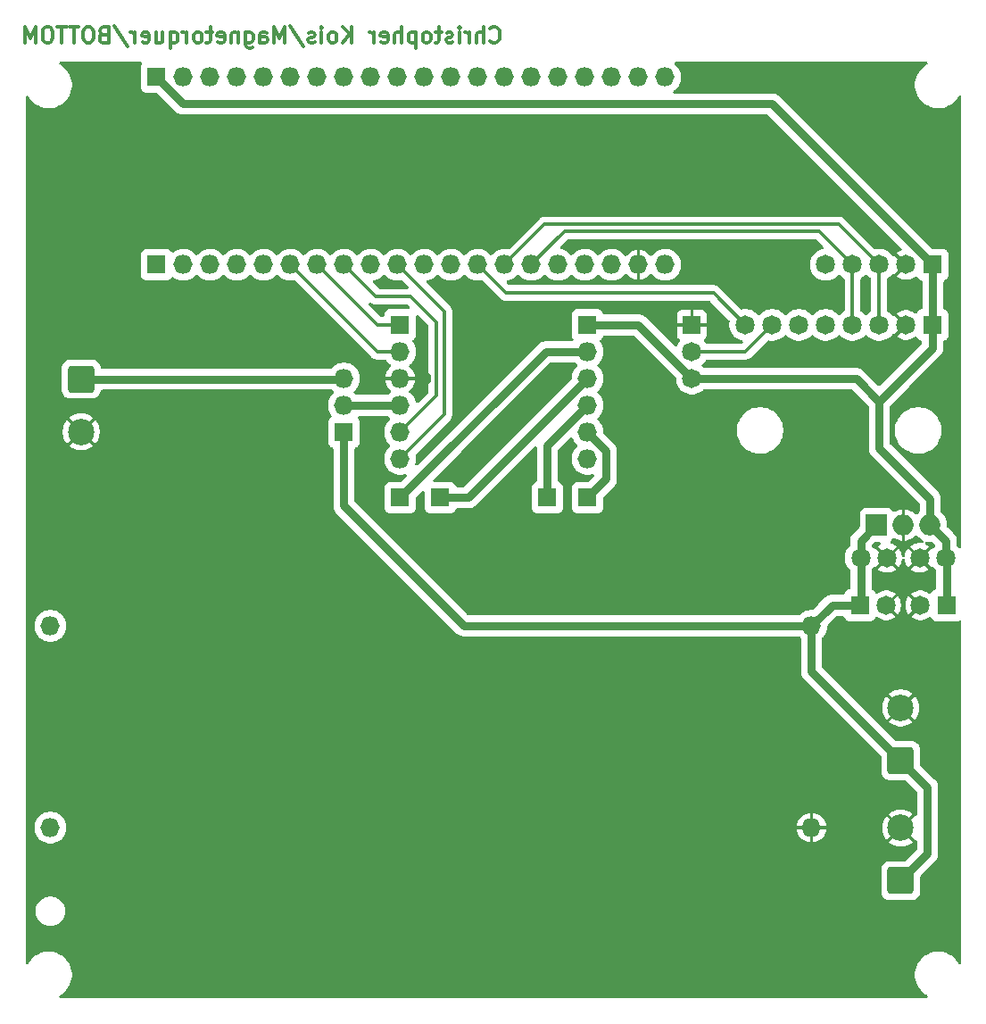
<source format=gbr>
%TF.GenerationSoftware,KiCad,Pcbnew,9.0.0*%
%TF.CreationDate,2025-03-11T00:03:50+01:00*%
%TF.ProjectId,NDE,4e44452e-6b69-4636-9164-5f7063625858,rev?*%
%TF.SameCoordinates,Original*%
%TF.FileFunction,Copper,L2,Bot*%
%TF.FilePolarity,Positive*%
%FSLAX46Y46*%
G04 Gerber Fmt 4.6, Leading zero omitted, Abs format (unit mm)*
G04 Created by KiCad (PCBNEW 9.0.0) date 2025-03-11 00:03:50*
%MOMM*%
%LPD*%
G01*
G04 APERTURE LIST*
G04 Aperture macros list*
%AMRoundRect*
0 Rectangle with rounded corners*
0 $1 Rounding radius*
0 $2 $3 $4 $5 $6 $7 $8 $9 X,Y pos of 4 corners*
0 Add a 4 corners polygon primitive as box body*
4,1,4,$2,$3,$4,$5,$6,$7,$8,$9,$2,$3,0*
0 Add four circle primitives for the rounded corners*
1,1,$1+$1,$2,$3*
1,1,$1+$1,$4,$5*
1,1,$1+$1,$6,$7*
1,1,$1+$1,$8,$9*
0 Add four rect primitives between the rounded corners*
20,1,$1+$1,$2,$3,$4,$5,0*
20,1,$1+$1,$4,$5,$6,$7,0*
20,1,$1+$1,$6,$7,$8,$9,0*
20,1,$1+$1,$8,$9,$2,$3,0*%
G04 Aperture macros list end*
%ADD10C,0.300000*%
%TA.AperFunction,NonConductor*%
%ADD11C,0.300000*%
%TD*%
%TA.AperFunction,ComponentPad*%
%ADD12R,1.820000X1.820000*%
%TD*%
%TA.AperFunction,ComponentPad*%
%ADD13C,1.820000*%
%TD*%
%TA.AperFunction,ComponentPad*%
%ADD14R,2.000000X2.000000*%
%TD*%
%TA.AperFunction,ComponentPad*%
%ADD15O,2.000000X2.000000*%
%TD*%
%TA.AperFunction,ComponentPad*%
%ADD16RoundRect,0.250000X1.000000X-1.000000X1.000000X1.000000X-1.000000X1.000000X-1.000000X-1.000000X0*%
%TD*%
%TA.AperFunction,ComponentPad*%
%ADD17C,2.500000*%
%TD*%
%TA.AperFunction,ComponentPad*%
%ADD18O,1.820000X1.820000*%
%TD*%
%TA.AperFunction,ComponentPad*%
%ADD19RoundRect,0.250000X-1.000000X1.000000X-1.000000X-1.000000X1.000000X-1.000000X1.000000X1.000000X0*%
%TD*%
%TA.AperFunction,ViaPad*%
%ADD20C,1.420000*%
%TD*%
%TA.AperFunction,Conductor*%
%ADD21C,0.800000*%
%TD*%
%TA.AperFunction,Conductor*%
%ADD22C,0.300000*%
%TD*%
G04 APERTURE END LIST*
D10*
D11*
X144697370Y-48657971D02*
X144768798Y-48729400D01*
X144768798Y-48729400D02*
X144983084Y-48800828D01*
X144983084Y-48800828D02*
X145125941Y-48800828D01*
X145125941Y-48800828D02*
X145340227Y-48729400D01*
X145340227Y-48729400D02*
X145483084Y-48586542D01*
X145483084Y-48586542D02*
X145554513Y-48443685D01*
X145554513Y-48443685D02*
X145625941Y-48157971D01*
X145625941Y-48157971D02*
X145625941Y-47943685D01*
X145625941Y-47943685D02*
X145554513Y-47657971D01*
X145554513Y-47657971D02*
X145483084Y-47515114D01*
X145483084Y-47515114D02*
X145340227Y-47372257D01*
X145340227Y-47372257D02*
X145125941Y-47300828D01*
X145125941Y-47300828D02*
X144983084Y-47300828D01*
X144983084Y-47300828D02*
X144768798Y-47372257D01*
X144768798Y-47372257D02*
X144697370Y-47443685D01*
X144054513Y-48800828D02*
X144054513Y-47300828D01*
X143411656Y-48800828D02*
X143411656Y-48015114D01*
X143411656Y-48015114D02*
X143483084Y-47872257D01*
X143483084Y-47872257D02*
X143625941Y-47800828D01*
X143625941Y-47800828D02*
X143840227Y-47800828D01*
X143840227Y-47800828D02*
X143983084Y-47872257D01*
X143983084Y-47872257D02*
X144054513Y-47943685D01*
X142697370Y-48800828D02*
X142697370Y-47800828D01*
X142697370Y-48086542D02*
X142625941Y-47943685D01*
X142625941Y-47943685D02*
X142554513Y-47872257D01*
X142554513Y-47872257D02*
X142411655Y-47800828D01*
X142411655Y-47800828D02*
X142268798Y-47800828D01*
X141768799Y-48800828D02*
X141768799Y-47800828D01*
X141768799Y-47300828D02*
X141840227Y-47372257D01*
X141840227Y-47372257D02*
X141768799Y-47443685D01*
X141768799Y-47443685D02*
X141697370Y-47372257D01*
X141697370Y-47372257D02*
X141768799Y-47300828D01*
X141768799Y-47300828D02*
X141768799Y-47443685D01*
X141125941Y-48729400D02*
X140983084Y-48800828D01*
X140983084Y-48800828D02*
X140697370Y-48800828D01*
X140697370Y-48800828D02*
X140554513Y-48729400D01*
X140554513Y-48729400D02*
X140483084Y-48586542D01*
X140483084Y-48586542D02*
X140483084Y-48515114D01*
X140483084Y-48515114D02*
X140554513Y-48372257D01*
X140554513Y-48372257D02*
X140697370Y-48300828D01*
X140697370Y-48300828D02*
X140911656Y-48300828D01*
X140911656Y-48300828D02*
X141054513Y-48229400D01*
X141054513Y-48229400D02*
X141125941Y-48086542D01*
X141125941Y-48086542D02*
X141125941Y-48015114D01*
X141125941Y-48015114D02*
X141054513Y-47872257D01*
X141054513Y-47872257D02*
X140911656Y-47800828D01*
X140911656Y-47800828D02*
X140697370Y-47800828D01*
X140697370Y-47800828D02*
X140554513Y-47872257D01*
X140054512Y-47800828D02*
X139483084Y-47800828D01*
X139840227Y-47300828D02*
X139840227Y-48586542D01*
X139840227Y-48586542D02*
X139768798Y-48729400D01*
X139768798Y-48729400D02*
X139625941Y-48800828D01*
X139625941Y-48800828D02*
X139483084Y-48800828D01*
X138768798Y-48800828D02*
X138911655Y-48729400D01*
X138911655Y-48729400D02*
X138983084Y-48657971D01*
X138983084Y-48657971D02*
X139054512Y-48515114D01*
X139054512Y-48515114D02*
X139054512Y-48086542D01*
X139054512Y-48086542D02*
X138983084Y-47943685D01*
X138983084Y-47943685D02*
X138911655Y-47872257D01*
X138911655Y-47872257D02*
X138768798Y-47800828D01*
X138768798Y-47800828D02*
X138554512Y-47800828D01*
X138554512Y-47800828D02*
X138411655Y-47872257D01*
X138411655Y-47872257D02*
X138340227Y-47943685D01*
X138340227Y-47943685D02*
X138268798Y-48086542D01*
X138268798Y-48086542D02*
X138268798Y-48515114D01*
X138268798Y-48515114D02*
X138340227Y-48657971D01*
X138340227Y-48657971D02*
X138411655Y-48729400D01*
X138411655Y-48729400D02*
X138554512Y-48800828D01*
X138554512Y-48800828D02*
X138768798Y-48800828D01*
X137625941Y-47800828D02*
X137625941Y-49300828D01*
X137625941Y-47872257D02*
X137483084Y-47800828D01*
X137483084Y-47800828D02*
X137197369Y-47800828D01*
X137197369Y-47800828D02*
X137054512Y-47872257D01*
X137054512Y-47872257D02*
X136983084Y-47943685D01*
X136983084Y-47943685D02*
X136911655Y-48086542D01*
X136911655Y-48086542D02*
X136911655Y-48515114D01*
X136911655Y-48515114D02*
X136983084Y-48657971D01*
X136983084Y-48657971D02*
X137054512Y-48729400D01*
X137054512Y-48729400D02*
X137197369Y-48800828D01*
X137197369Y-48800828D02*
X137483084Y-48800828D01*
X137483084Y-48800828D02*
X137625941Y-48729400D01*
X136268798Y-48800828D02*
X136268798Y-47300828D01*
X135625941Y-48800828D02*
X135625941Y-48015114D01*
X135625941Y-48015114D02*
X135697369Y-47872257D01*
X135697369Y-47872257D02*
X135840226Y-47800828D01*
X135840226Y-47800828D02*
X136054512Y-47800828D01*
X136054512Y-47800828D02*
X136197369Y-47872257D01*
X136197369Y-47872257D02*
X136268798Y-47943685D01*
X134340226Y-48729400D02*
X134483083Y-48800828D01*
X134483083Y-48800828D02*
X134768798Y-48800828D01*
X134768798Y-48800828D02*
X134911655Y-48729400D01*
X134911655Y-48729400D02*
X134983083Y-48586542D01*
X134983083Y-48586542D02*
X134983083Y-48015114D01*
X134983083Y-48015114D02*
X134911655Y-47872257D01*
X134911655Y-47872257D02*
X134768798Y-47800828D01*
X134768798Y-47800828D02*
X134483083Y-47800828D01*
X134483083Y-47800828D02*
X134340226Y-47872257D01*
X134340226Y-47872257D02*
X134268798Y-48015114D01*
X134268798Y-48015114D02*
X134268798Y-48157971D01*
X134268798Y-48157971D02*
X134983083Y-48300828D01*
X133625941Y-48800828D02*
X133625941Y-47800828D01*
X133625941Y-48086542D02*
X133554512Y-47943685D01*
X133554512Y-47943685D02*
X133483084Y-47872257D01*
X133483084Y-47872257D02*
X133340226Y-47800828D01*
X133340226Y-47800828D02*
X133197369Y-47800828D01*
X131554513Y-48800828D02*
X131554513Y-47300828D01*
X130697370Y-48800828D02*
X131340227Y-47943685D01*
X130697370Y-47300828D02*
X131554513Y-48157971D01*
X129840227Y-48800828D02*
X129983084Y-48729400D01*
X129983084Y-48729400D02*
X130054513Y-48657971D01*
X130054513Y-48657971D02*
X130125941Y-48515114D01*
X130125941Y-48515114D02*
X130125941Y-48086542D01*
X130125941Y-48086542D02*
X130054513Y-47943685D01*
X130054513Y-47943685D02*
X129983084Y-47872257D01*
X129983084Y-47872257D02*
X129840227Y-47800828D01*
X129840227Y-47800828D02*
X129625941Y-47800828D01*
X129625941Y-47800828D02*
X129483084Y-47872257D01*
X129483084Y-47872257D02*
X129411656Y-47943685D01*
X129411656Y-47943685D02*
X129340227Y-48086542D01*
X129340227Y-48086542D02*
X129340227Y-48515114D01*
X129340227Y-48515114D02*
X129411656Y-48657971D01*
X129411656Y-48657971D02*
X129483084Y-48729400D01*
X129483084Y-48729400D02*
X129625941Y-48800828D01*
X129625941Y-48800828D02*
X129840227Y-48800828D01*
X128697370Y-48800828D02*
X128697370Y-47800828D01*
X128697370Y-47300828D02*
X128768798Y-47372257D01*
X128768798Y-47372257D02*
X128697370Y-47443685D01*
X128697370Y-47443685D02*
X128625941Y-47372257D01*
X128625941Y-47372257D02*
X128697370Y-47300828D01*
X128697370Y-47300828D02*
X128697370Y-47443685D01*
X128054512Y-48729400D02*
X127911655Y-48800828D01*
X127911655Y-48800828D02*
X127625941Y-48800828D01*
X127625941Y-48800828D02*
X127483084Y-48729400D01*
X127483084Y-48729400D02*
X127411655Y-48586542D01*
X127411655Y-48586542D02*
X127411655Y-48515114D01*
X127411655Y-48515114D02*
X127483084Y-48372257D01*
X127483084Y-48372257D02*
X127625941Y-48300828D01*
X127625941Y-48300828D02*
X127840227Y-48300828D01*
X127840227Y-48300828D02*
X127983084Y-48229400D01*
X127983084Y-48229400D02*
X128054512Y-48086542D01*
X128054512Y-48086542D02*
X128054512Y-48015114D01*
X128054512Y-48015114D02*
X127983084Y-47872257D01*
X127983084Y-47872257D02*
X127840227Y-47800828D01*
X127840227Y-47800828D02*
X127625941Y-47800828D01*
X127625941Y-47800828D02*
X127483084Y-47872257D01*
X125697369Y-47229400D02*
X126983083Y-49157971D01*
X125197369Y-48800828D02*
X125197369Y-47300828D01*
X125197369Y-47300828D02*
X124697369Y-48372257D01*
X124697369Y-48372257D02*
X124197369Y-47300828D01*
X124197369Y-47300828D02*
X124197369Y-48800828D01*
X122840226Y-48800828D02*
X122840226Y-48015114D01*
X122840226Y-48015114D02*
X122911654Y-47872257D01*
X122911654Y-47872257D02*
X123054511Y-47800828D01*
X123054511Y-47800828D02*
X123340226Y-47800828D01*
X123340226Y-47800828D02*
X123483083Y-47872257D01*
X122840226Y-48729400D02*
X122983083Y-48800828D01*
X122983083Y-48800828D02*
X123340226Y-48800828D01*
X123340226Y-48800828D02*
X123483083Y-48729400D01*
X123483083Y-48729400D02*
X123554511Y-48586542D01*
X123554511Y-48586542D02*
X123554511Y-48443685D01*
X123554511Y-48443685D02*
X123483083Y-48300828D01*
X123483083Y-48300828D02*
X123340226Y-48229400D01*
X123340226Y-48229400D02*
X122983083Y-48229400D01*
X122983083Y-48229400D02*
X122840226Y-48157971D01*
X121483083Y-47800828D02*
X121483083Y-49015114D01*
X121483083Y-49015114D02*
X121554511Y-49157971D01*
X121554511Y-49157971D02*
X121625940Y-49229400D01*
X121625940Y-49229400D02*
X121768797Y-49300828D01*
X121768797Y-49300828D02*
X121983083Y-49300828D01*
X121983083Y-49300828D02*
X122125940Y-49229400D01*
X121483083Y-48729400D02*
X121625940Y-48800828D01*
X121625940Y-48800828D02*
X121911654Y-48800828D01*
X121911654Y-48800828D02*
X122054511Y-48729400D01*
X122054511Y-48729400D02*
X122125940Y-48657971D01*
X122125940Y-48657971D02*
X122197368Y-48515114D01*
X122197368Y-48515114D02*
X122197368Y-48086542D01*
X122197368Y-48086542D02*
X122125940Y-47943685D01*
X122125940Y-47943685D02*
X122054511Y-47872257D01*
X122054511Y-47872257D02*
X121911654Y-47800828D01*
X121911654Y-47800828D02*
X121625940Y-47800828D01*
X121625940Y-47800828D02*
X121483083Y-47872257D01*
X120768797Y-47800828D02*
X120768797Y-48800828D01*
X120768797Y-47943685D02*
X120697368Y-47872257D01*
X120697368Y-47872257D02*
X120554511Y-47800828D01*
X120554511Y-47800828D02*
X120340225Y-47800828D01*
X120340225Y-47800828D02*
X120197368Y-47872257D01*
X120197368Y-47872257D02*
X120125940Y-48015114D01*
X120125940Y-48015114D02*
X120125940Y-48800828D01*
X118840225Y-48729400D02*
X118983082Y-48800828D01*
X118983082Y-48800828D02*
X119268797Y-48800828D01*
X119268797Y-48800828D02*
X119411654Y-48729400D01*
X119411654Y-48729400D02*
X119483082Y-48586542D01*
X119483082Y-48586542D02*
X119483082Y-48015114D01*
X119483082Y-48015114D02*
X119411654Y-47872257D01*
X119411654Y-47872257D02*
X119268797Y-47800828D01*
X119268797Y-47800828D02*
X118983082Y-47800828D01*
X118983082Y-47800828D02*
X118840225Y-47872257D01*
X118840225Y-47872257D02*
X118768797Y-48015114D01*
X118768797Y-48015114D02*
X118768797Y-48157971D01*
X118768797Y-48157971D02*
X119483082Y-48300828D01*
X118340225Y-47800828D02*
X117768797Y-47800828D01*
X118125940Y-47300828D02*
X118125940Y-48586542D01*
X118125940Y-48586542D02*
X118054511Y-48729400D01*
X118054511Y-48729400D02*
X117911654Y-48800828D01*
X117911654Y-48800828D02*
X117768797Y-48800828D01*
X117054511Y-48800828D02*
X117197368Y-48729400D01*
X117197368Y-48729400D02*
X117268797Y-48657971D01*
X117268797Y-48657971D02*
X117340225Y-48515114D01*
X117340225Y-48515114D02*
X117340225Y-48086542D01*
X117340225Y-48086542D02*
X117268797Y-47943685D01*
X117268797Y-47943685D02*
X117197368Y-47872257D01*
X117197368Y-47872257D02*
X117054511Y-47800828D01*
X117054511Y-47800828D02*
X116840225Y-47800828D01*
X116840225Y-47800828D02*
X116697368Y-47872257D01*
X116697368Y-47872257D02*
X116625940Y-47943685D01*
X116625940Y-47943685D02*
X116554511Y-48086542D01*
X116554511Y-48086542D02*
X116554511Y-48515114D01*
X116554511Y-48515114D02*
X116625940Y-48657971D01*
X116625940Y-48657971D02*
X116697368Y-48729400D01*
X116697368Y-48729400D02*
X116840225Y-48800828D01*
X116840225Y-48800828D02*
X117054511Y-48800828D01*
X115911654Y-48800828D02*
X115911654Y-47800828D01*
X115911654Y-48086542D02*
X115840225Y-47943685D01*
X115840225Y-47943685D02*
X115768797Y-47872257D01*
X115768797Y-47872257D02*
X115625939Y-47800828D01*
X115625939Y-47800828D02*
X115483082Y-47800828D01*
X114340226Y-47800828D02*
X114340226Y-49300828D01*
X114340226Y-48729400D02*
X114483083Y-48800828D01*
X114483083Y-48800828D02*
X114768797Y-48800828D01*
X114768797Y-48800828D02*
X114911654Y-48729400D01*
X114911654Y-48729400D02*
X114983083Y-48657971D01*
X114983083Y-48657971D02*
X115054511Y-48515114D01*
X115054511Y-48515114D02*
X115054511Y-48086542D01*
X115054511Y-48086542D02*
X114983083Y-47943685D01*
X114983083Y-47943685D02*
X114911654Y-47872257D01*
X114911654Y-47872257D02*
X114768797Y-47800828D01*
X114768797Y-47800828D02*
X114483083Y-47800828D01*
X114483083Y-47800828D02*
X114340226Y-47872257D01*
X112983083Y-47800828D02*
X112983083Y-48800828D01*
X113625940Y-47800828D02*
X113625940Y-48586542D01*
X113625940Y-48586542D02*
X113554511Y-48729400D01*
X113554511Y-48729400D02*
X113411654Y-48800828D01*
X113411654Y-48800828D02*
X113197368Y-48800828D01*
X113197368Y-48800828D02*
X113054511Y-48729400D01*
X113054511Y-48729400D02*
X112983083Y-48657971D01*
X111697368Y-48729400D02*
X111840225Y-48800828D01*
X111840225Y-48800828D02*
X112125940Y-48800828D01*
X112125940Y-48800828D02*
X112268797Y-48729400D01*
X112268797Y-48729400D02*
X112340225Y-48586542D01*
X112340225Y-48586542D02*
X112340225Y-48015114D01*
X112340225Y-48015114D02*
X112268797Y-47872257D01*
X112268797Y-47872257D02*
X112125940Y-47800828D01*
X112125940Y-47800828D02*
X111840225Y-47800828D01*
X111840225Y-47800828D02*
X111697368Y-47872257D01*
X111697368Y-47872257D02*
X111625940Y-48015114D01*
X111625940Y-48015114D02*
X111625940Y-48157971D01*
X111625940Y-48157971D02*
X112340225Y-48300828D01*
X110983083Y-48800828D02*
X110983083Y-47800828D01*
X110983083Y-48086542D02*
X110911654Y-47943685D01*
X110911654Y-47943685D02*
X110840226Y-47872257D01*
X110840226Y-47872257D02*
X110697368Y-47800828D01*
X110697368Y-47800828D02*
X110554511Y-47800828D01*
X108983083Y-47229400D02*
X110268797Y-49157971D01*
X107983083Y-48015114D02*
X107768797Y-48086542D01*
X107768797Y-48086542D02*
X107697368Y-48157971D01*
X107697368Y-48157971D02*
X107625940Y-48300828D01*
X107625940Y-48300828D02*
X107625940Y-48515114D01*
X107625940Y-48515114D02*
X107697368Y-48657971D01*
X107697368Y-48657971D02*
X107768797Y-48729400D01*
X107768797Y-48729400D02*
X107911654Y-48800828D01*
X107911654Y-48800828D02*
X108483083Y-48800828D01*
X108483083Y-48800828D02*
X108483083Y-47300828D01*
X108483083Y-47300828D02*
X107983083Y-47300828D01*
X107983083Y-47300828D02*
X107840226Y-47372257D01*
X107840226Y-47372257D02*
X107768797Y-47443685D01*
X107768797Y-47443685D02*
X107697368Y-47586542D01*
X107697368Y-47586542D02*
X107697368Y-47729400D01*
X107697368Y-47729400D02*
X107768797Y-47872257D01*
X107768797Y-47872257D02*
X107840226Y-47943685D01*
X107840226Y-47943685D02*
X107983083Y-48015114D01*
X107983083Y-48015114D02*
X108483083Y-48015114D01*
X106697368Y-47300828D02*
X106411654Y-47300828D01*
X106411654Y-47300828D02*
X106268797Y-47372257D01*
X106268797Y-47372257D02*
X106125940Y-47515114D01*
X106125940Y-47515114D02*
X106054511Y-47800828D01*
X106054511Y-47800828D02*
X106054511Y-48300828D01*
X106054511Y-48300828D02*
X106125940Y-48586542D01*
X106125940Y-48586542D02*
X106268797Y-48729400D01*
X106268797Y-48729400D02*
X106411654Y-48800828D01*
X106411654Y-48800828D02*
X106697368Y-48800828D01*
X106697368Y-48800828D02*
X106840226Y-48729400D01*
X106840226Y-48729400D02*
X106983083Y-48586542D01*
X106983083Y-48586542D02*
X107054511Y-48300828D01*
X107054511Y-48300828D02*
X107054511Y-47800828D01*
X107054511Y-47800828D02*
X106983083Y-47515114D01*
X106983083Y-47515114D02*
X106840226Y-47372257D01*
X106840226Y-47372257D02*
X106697368Y-47300828D01*
X105625939Y-47300828D02*
X104768797Y-47300828D01*
X105197368Y-48800828D02*
X105197368Y-47300828D01*
X104483082Y-47300828D02*
X103625940Y-47300828D01*
X104054511Y-48800828D02*
X104054511Y-47300828D01*
X102840225Y-47300828D02*
X102554511Y-47300828D01*
X102554511Y-47300828D02*
X102411654Y-47372257D01*
X102411654Y-47372257D02*
X102268797Y-47515114D01*
X102268797Y-47515114D02*
X102197368Y-47800828D01*
X102197368Y-47800828D02*
X102197368Y-48300828D01*
X102197368Y-48300828D02*
X102268797Y-48586542D01*
X102268797Y-48586542D02*
X102411654Y-48729400D01*
X102411654Y-48729400D02*
X102554511Y-48800828D01*
X102554511Y-48800828D02*
X102840225Y-48800828D01*
X102840225Y-48800828D02*
X102983083Y-48729400D01*
X102983083Y-48729400D02*
X103125940Y-48586542D01*
X103125940Y-48586542D02*
X103197368Y-48300828D01*
X103197368Y-48300828D02*
X103197368Y-47800828D01*
X103197368Y-47800828D02*
X103125940Y-47515114D01*
X103125940Y-47515114D02*
X102983083Y-47372257D01*
X102983083Y-47372257D02*
X102840225Y-47300828D01*
X101554511Y-48800828D02*
X101554511Y-47300828D01*
X101554511Y-47300828D02*
X101054511Y-48372257D01*
X101054511Y-48372257D02*
X100554511Y-47300828D01*
X100554511Y-47300828D02*
X100554511Y-48800828D01*
D12*
%TO.P,J13,1,Pin_1*%
%TO.N,/H-most\u00EDk/OUT4*%
X153924000Y-91948000D03*
%TD*%
%TO.P,J11,1,Pin_1*%
%TO.N,/H-most\u00EDk/OUT2*%
X139954000Y-91948000D03*
%TD*%
%TO.P,J10,1,Pin_1*%
%TO.N,/H-most\u00EDk/OUT1*%
X136144000Y-91948000D03*
%TD*%
%TO.P,J6,1,Pin_1*%
%TO.N,+5V*%
X186690000Y-69850000D03*
D13*
%TO.P,J6,2,Pin_2*%
%TO.N,GND*%
X184150000Y-69850000D03*
%TO.P,J6,3,Pin_3*%
%TO.N,/SCL1*%
X181610000Y-69850000D03*
%TO.P,J6,4,Pin_4*%
%TO.N,/SDA1*%
X179070000Y-69850000D03*
%TO.P,J6,5,Pin_5*%
%TO.N,/Magnetometer/DRDY*%
X176530000Y-69850000D03*
%TD*%
D14*
%TO.P,U1,1,VI*%
%TO.N,+BATT*%
X181356000Y-94528000D03*
D15*
%TO.P,U1,2,GND*%
%TO.N,GND*%
X183896000Y-94528000D03*
%TO.P,U1,3,VO*%
%TO.N,+5V*%
X186436000Y-94528000D03*
%TD*%
D12*
%TO.P,J12,1,Pin_1*%
%TO.N,/H-most\u00EDk/OUT3*%
X150114000Y-91948000D03*
%TD*%
D13*
%TO.P,C3,1*%
%TO.N,+5V*%
X187940000Y-97647000D03*
%TO.P,C3,2*%
%TO.N,GND*%
X185440000Y-97647000D03*
%TD*%
D16*
%TO.P,J1,1,Pin_1*%
%TO.N,+BATT*%
X183642000Y-128270000D03*
D17*
%TO.P,J1,2,Pin_2*%
%TO.N,GND*%
X183642000Y-123270000D03*
%TD*%
D12*
%TO.P,JP1,1,A*%
%TO.N,+BATT*%
X130810000Y-85725000D03*
D18*
%TO.P,JP1,2,C*%
%TO.N,/H-most\u00EDk/VCC*%
X130810000Y-83185000D03*
%TO.P,JP1,3,B*%
%TO.N,+10V*%
X130810000Y-80645000D03*
%TD*%
D13*
%TO.P,C1,1*%
%TO.N,+BATT*%
X179852000Y-97647000D03*
%TO.P,C1,2*%
%TO.N,GND*%
X182352000Y-97647000D03*
%TD*%
D16*
%TO.P,J2,1,Pin_1*%
%TO.N,+BATT*%
X183642000Y-116880000D03*
D17*
%TO.P,J2,2,Pin_2*%
%TO.N,GND*%
X183642000Y-111880000D03*
%TD*%
D12*
%TO.P,C4,1*%
%TO.N,+5V*%
X188005114Y-102148000D03*
D13*
%TO.P,C4,2*%
%TO.N,GND*%
X185505114Y-102148000D03*
%TD*%
D19*
%TO.P,J3,1,Pin_1*%
%TO.N,+10V*%
X105877500Y-80700000D03*
D17*
%TO.P,J3,2,Pin_2*%
%TO.N,GND*%
X105877500Y-85700000D03*
%TD*%
D12*
%TO.P,JP2,1,A*%
%TO.N,GND*%
X163830000Y-75565000D03*
D13*
%TO.P,JP2,2,C*%
%TO.N,/Gyroskop/AD0*%
X163830000Y-78105000D03*
%TO.P,JP2,3,B*%
%TO.N,+5V*%
X163830000Y-80645000D03*
%TD*%
D12*
%TO.P,J4,1,Pin_1*%
%TO.N,+5V*%
X153915000Y-75565000D03*
D18*
%TO.P,J4,2,Pin_2*%
%TO.N,/H-most\u00EDk/OUT1*%
X153915000Y-78105000D03*
%TO.P,J4,3,Pin_3*%
%TO.N,/H-most\u00EDk/OUT2*%
X153915000Y-80645000D03*
%TO.P,J4,4,Pin_4*%
%TO.N,/H-most\u00EDk/OUT3*%
X153915000Y-83185000D03*
%TO.P,J4,5,Pin_5*%
%TO.N,/H-most\u00EDk/OUT4*%
X153915000Y-85725000D03*
%TO.P,J4,6,Pin_6*%
%TO.N,/H-most\u00EDk/ULT*%
X153915000Y-88265000D03*
%TD*%
D12*
%TO.P,J5,1,Pin_1*%
%TO.N,/BlackPill V3.0/A10*%
X136135000Y-75565000D03*
D18*
%TO.P,J5,2,Pin_2*%
%TO.N,/BlackPill V3.0/A9*%
X136135000Y-78105000D03*
%TO.P,J5,3,Pin_3*%
%TO.N,GND*%
X136135000Y-80645000D03*
%TO.P,J5,4,Pin_4*%
%TO.N,/H-most\u00EDk/VCC*%
X136135000Y-83185000D03*
%TO.P,J5,5,Pin_5*%
%TO.N,/BlackPill V3.0/A11*%
X136135000Y-85725000D03*
%TO.P,J5,6,Pin_6*%
%TO.N,/BlackPill V3.0/A15*%
X136135000Y-88265000D03*
%TD*%
D12*
%TO.P,J9,1,Pin_1*%
%TO.N,+5V*%
X113030000Y-52070000D03*
D18*
%TO.P,J9,2,Pin_2*%
%TO.N,/BlackPill V3.0/G.1*%
X115570000Y-52070000D03*
%TO.P,J9,3,Pin_3*%
%TO.N,/BlackPill V3.0/3V3.1*%
X118110000Y-52070000D03*
%TO.P,J9,4,Pin_4*%
%TO.N,/BlackPill V3.0/B10*%
X120650000Y-52070000D03*
%TO.P,J9,5,Pin_5*%
%TO.N,/BlackPill V3.0/B2*%
X123190000Y-52070000D03*
%TO.P,J9,6,Pin_6*%
%TO.N,/BlackPill V3.0/B1*%
X125730000Y-52070000D03*
%TO.P,J9,7,Pin_7*%
%TO.N,/BlackPill V3.0/B0*%
X128270000Y-52070000D03*
%TO.P,J9,8,Pin_8*%
%TO.N,/BlackPill V3.0/A7*%
X130810000Y-52070000D03*
%TO.P,J9,9,Pin_9*%
%TO.N,/BlackPill V3.0/A6*%
X133350000Y-52070000D03*
%TO.P,J9,10,Pin_10*%
%TO.N,/BlackPill V3.0/A5*%
X135890000Y-52070000D03*
%TO.P,J9,11,Pin_11*%
%TO.N,/BlackPill V3.0/A4*%
X138430000Y-52070000D03*
%TO.P,J9,12,Pin_12*%
%TO.N,/BlackPill V3.0/A3*%
X140970000Y-52070000D03*
%TO.P,J9,13,Pin_13*%
%TO.N,/BlackPill V3.0/A2*%
X143510000Y-52070000D03*
%TO.P,J9,14,Pin_14*%
%TO.N,/BlackPill V3.0/A1*%
X146050000Y-52070000D03*
%TO.P,J9,15,Pin_15*%
%TO.N,/BlackPill V3.0/A0*%
X148590000Y-52070000D03*
%TO.P,J9,16,Pin_16*%
%TO.N,/BlackPill V3.0/R*%
X151130000Y-52070000D03*
%TO.P,J9,17,Pin_17*%
%TO.N,/BlackPill V3.0/C15*%
X153670000Y-52070000D03*
%TO.P,J9,18,Pin_18*%
%TO.N,/BlackPill V3.0/C14*%
X156210000Y-52070000D03*
%TO.P,J9,19,Pin_19*%
%TO.N,/BlackPill V3.0/C13*%
X158750000Y-52070000D03*
%TO.P,J9,20,Pin_20*%
%TO.N,/BlackPill V3.0/VB*%
X161290000Y-52070000D03*
%TD*%
D12*
%TO.P,J8,1,Pin_1*%
%TO.N,/BlackPill V3.0/B12*%
X113030000Y-69850000D03*
D18*
%TO.P,J8,2,Pin_2*%
%TO.N,/BlackPill V3.0/B13*%
X115570000Y-69850000D03*
%TO.P,J8,3,Pin_3*%
%TO.N,/BlackPill V3.0/B14*%
X118110000Y-69850000D03*
%TO.P,J8,4,Pin_4*%
%TO.N,/BlackPill V3.0/B15*%
X120650000Y-69850000D03*
%TO.P,J8,5,Pin_5*%
%TO.N,/BlackPill V3.0/A8*%
X123190000Y-69850000D03*
%TO.P,J8,6,Pin_6*%
%TO.N,/BlackPill V3.0/A9*%
X125730000Y-69850000D03*
%TO.P,J8,7,Pin_7*%
%TO.N,/BlackPill V3.0/A10*%
X128270000Y-69850000D03*
%TO.P,J8,8,Pin_8*%
%TO.N,/BlackPill V3.0/A11*%
X130810000Y-69850000D03*
%TO.P,J8,9,Pin_9*%
%TO.N,/BlackPill V3.0/A12*%
X133350000Y-69850000D03*
%TO.P,J8,10,Pin_10*%
%TO.N,/BlackPill V3.0/A15*%
X135890000Y-69850000D03*
%TO.P,J8,11,Pin_11*%
%TO.N,/BlackPill V3.0/B3*%
X138430000Y-69850000D03*
%TO.P,J8,12,Pin_12*%
%TO.N,/BlackPill V3.0/B4*%
X140970000Y-69850000D03*
%TO.P,J8,13,Pin_13*%
%TO.N,/GY_INT*%
X143510000Y-69850000D03*
%TO.P,J8,14,Pin_14*%
%TO.N,/SCL1*%
X146050000Y-69850000D03*
%TO.P,J8,15,Pin_15*%
%TO.N,/SDA1*%
X148590000Y-69850000D03*
%TO.P,J8,16,Pin_16*%
%TO.N,/BlackPill V3.0/B8*%
X151130000Y-69850000D03*
%TO.P,J8,17,Pin_17*%
%TO.N,/BlackPill V3.0/B9*%
X153670000Y-69850000D03*
%TO.P,J8,18,Pin_18*%
%TO.N,/BlackPill V3.0/5V.0*%
X156210000Y-69850000D03*
%TO.P,J8,19,Pin_19*%
%TO.N,GND*%
X158750000Y-69850000D03*
%TO.P,J8,20,Pin_20*%
%TO.N,/BlackPill V3.0/3V3.0*%
X161290000Y-69850000D03*
%TD*%
D12*
%TO.P,C2,1*%
%TO.N,+BATT*%
X179769888Y-102148000D03*
D13*
%TO.P,C2,2*%
%TO.N,GND*%
X182269888Y-102148000D03*
%TD*%
D12*
%TO.P,J7,1,Pin_1*%
%TO.N,+5V*%
X186675000Y-75565000D03*
D13*
%TO.P,J7,2,Pin_2*%
%TO.N,GND*%
X184135000Y-75565000D03*
%TO.P,J7,3,Pin_3*%
%TO.N,/SCL1*%
X181595000Y-75565000D03*
%TO.P,J7,4,Pin_4*%
%TO.N,/SDA1*%
X179055000Y-75565000D03*
%TO.P,J7,5,Pin_5*%
%TO.N,/Gyroskop/XDA*%
X176515000Y-75565000D03*
%TO.P,J7,6,Pin_6*%
%TO.N,/Gyroskop/XCL*%
X173975000Y-75565000D03*
%TO.P,J7,7,Pin_7*%
%TO.N,/Gyroskop/AD0*%
X171435000Y-75565000D03*
%TO.P,J7,8,Pin_8*%
%TO.N,/GY_INT*%
X168895000Y-75565000D03*
%TD*%
D18*
%TO.P,BT1,P2*%
%TO.N,Net-(BT1-PadN1)*%
X102955000Y-123230000D03*
%TO.P,BT1,P1*%
%TO.N,+BATT*%
X175175000Y-104100000D03*
%TO.P,BT1,N2*%
%TO.N,GND*%
X175175000Y-123230000D03*
%TO.P,BT1,N1*%
%TO.N,Net-(BT1-PadN1)*%
X102955000Y-104100000D03*
%TD*%
D20*
%TO.N,GND*%
X177546000Y-91948000D03*
X150495000Y-75565000D03*
X138430000Y-80645000D03*
X177800000Y-78232000D03*
%TD*%
D21*
%TO.N,+BATT*%
X142200000Y-104100000D02*
X175175000Y-104100000D01*
X130810000Y-92710000D02*
X142200000Y-104100000D01*
X130810000Y-85725000D02*
X130810000Y-92710000D01*
%TO.N,+5V*%
X186436000Y-92075000D02*
X181610000Y-87249000D01*
X179440606Y-80645000D02*
X181610000Y-82814394D01*
X163830000Y-80645000D02*
X179440606Y-80645000D01*
X181610000Y-87249000D02*
X181610000Y-82814394D01*
X181610000Y-82814394D02*
X183652394Y-80772000D01*
X183652394Y-80761606D02*
X186675000Y-77739000D01*
D22*
%TO.N,/GY_INT*%
X143510000Y-69850000D02*
X146197671Y-72537671D01*
%TO.N,/Gyroskop/AD0*%
X163830000Y-78105000D02*
X168895000Y-78105000D01*
D21*
%TO.N,/H-most\u00EDk/VCC*%
X136135000Y-83185000D02*
X130810000Y-83185000D01*
D22*
%TO.N,/SDA1*%
X179070000Y-69850000D02*
X179070000Y-75550000D01*
%TO.N,/BlackPill V3.0/A15*%
X140335000Y-84065000D02*
X140335000Y-74295000D01*
%TO.N,/BlackPill V3.0/A10*%
X136135000Y-75565000D02*
X133985000Y-75565000D01*
%TO.N,/GY_INT*%
X146197671Y-72537671D02*
X165867671Y-72537671D01*
D21*
%TO.N,/H-most\u00EDk/OUT1*%
X149987000Y-78105000D02*
X153915000Y-78105000D01*
%TO.N,+BATT*%
X186182000Y-119420000D02*
X186182000Y-125730000D01*
%TO.N,+5V*%
X183652394Y-80772000D02*
X183652394Y-80761606D01*
X158750000Y-75565000D02*
X163830000Y-80645000D01*
D22*
%TO.N,/SDA1*%
X151765000Y-66675000D02*
X148590000Y-69850000D01*
X179070000Y-69850000D02*
X175895000Y-66675000D01*
X179070000Y-75550000D02*
X179055000Y-75565000D01*
%TO.N,/SCL1*%
X149860000Y-66040000D02*
X146050000Y-69850000D01*
D21*
%TO.N,+BATT*%
X179769888Y-102148000D02*
X177127000Y-102148000D01*
D22*
%TO.N,/BlackPill V3.0/A15*%
X140335000Y-74295000D02*
X135890000Y-69850000D01*
%TO.N,/BlackPill V3.0/A11*%
X139573000Y-82287000D02*
X136135000Y-85725000D01*
X137160000Y-72898000D02*
X139573000Y-75311000D01*
X139573000Y-75311000D02*
X139573000Y-82287000D01*
D21*
%TO.N,+5V*%
X153915000Y-75565000D02*
X158750000Y-75565000D01*
D22*
%TO.N,/BlackPill V3.0/A11*%
X130810000Y-69850000D02*
X133858000Y-72898000D01*
D21*
%TO.N,/H-most\u00EDk/OUT3*%
X153915000Y-83185000D02*
X150114000Y-86986000D01*
%TO.N,+10V*%
X105877500Y-80700000D02*
X130755000Y-80700000D01*
%TO.N,/H-most\u00EDk/OUT3*%
X150114000Y-86986000D02*
X150114000Y-91948000D01*
%TO.N,+BATT*%
X175175000Y-108413000D02*
X175175000Y-104100000D01*
%TO.N,+5V*%
X186436000Y-94528000D02*
X186436000Y-92075000D01*
X171450000Y-54610000D02*
X115570000Y-54610000D01*
%TO.N,/H-most\u00EDk/OUT4*%
X155702000Y-87512000D02*
X153915000Y-85725000D01*
%TO.N,+5V*%
X186690000Y-69850000D02*
X186690000Y-75550000D01*
X187940000Y-97647000D02*
X187940000Y-96032000D01*
%TO.N,+BATT*%
X179852000Y-97647000D02*
X179852000Y-102065888D01*
%TO.N,+5V*%
X186690000Y-75550000D02*
X186675000Y-75565000D01*
X188005114Y-97712114D02*
X187940000Y-97647000D01*
%TO.N,/H-most\u00EDk/OUT1*%
X136144000Y-91948000D02*
X149987000Y-78105000D01*
%TO.N,+5V*%
X188005114Y-102148000D02*
X188005114Y-97712114D01*
X115570000Y-54610000D02*
X113030000Y-52070000D01*
%TO.N,/H-most\u00EDk/OUT2*%
X139954000Y-91948000D02*
X142612000Y-91948000D01*
D22*
%TO.N,/SDA1*%
X175895000Y-66675000D02*
X151765000Y-66675000D01*
%TO.N,/SCL1*%
X181595000Y-69865000D02*
X181610000Y-69850000D01*
D21*
%TO.N,+10V*%
X130755000Y-80700000D02*
X130810000Y-80645000D01*
D22*
%TO.N,/SCL1*%
X177800000Y-66040000D02*
X149860000Y-66040000D01*
X181610000Y-69850000D02*
X177800000Y-66040000D01*
%TO.N,/BlackPill V3.0/A15*%
X136135000Y-88265000D02*
X140335000Y-84065000D01*
%TO.N,/BlackPill V3.0/A9*%
X125730000Y-69850000D02*
X133985000Y-78105000D01*
D21*
%TO.N,+BATT*%
X179852000Y-102065888D02*
X179769888Y-102148000D01*
%TO.N,/H-most\u00EDk/OUT2*%
X142612000Y-91948000D02*
X153915000Y-80645000D01*
D22*
%TO.N,/Gyroskop/AD0*%
X168895000Y-78105000D02*
X171435000Y-75565000D01*
%TO.N,/BlackPill V3.0/A11*%
X133858000Y-72898000D02*
X137160000Y-72898000D01*
D21*
%TO.N,+5V*%
X187940000Y-96032000D02*
X186436000Y-94528000D01*
%TO.N,/H-most\u00EDk/OUT4*%
X153924000Y-91948000D02*
X155702000Y-90170000D01*
%TO.N,+5V*%
X186690000Y-69850000D02*
X171450000Y-54610000D01*
D22*
%TO.N,/BlackPill V3.0/A9*%
X133985000Y-78105000D02*
X136135000Y-78105000D01*
%TO.N,/BlackPill V3.0/A10*%
X133985000Y-75565000D02*
X128270000Y-69850000D01*
D21*
%TO.N,+5V*%
X186675000Y-77739000D02*
X186675000Y-75565000D01*
%TO.N,/H-most\u00EDk/OUT4*%
X155702000Y-90170000D02*
X155702000Y-87512000D01*
%TO.N,+BATT*%
X177127000Y-102148000D02*
X175175000Y-104100000D01*
D22*
%TO.N,/SCL1*%
X181595000Y-75565000D02*
X181595000Y-69865000D01*
D21*
%TO.N,+BATT*%
X183642000Y-116880000D02*
X186182000Y-119420000D01*
X183642000Y-116880000D02*
X175175000Y-108413000D01*
X179852000Y-97647000D02*
X179852000Y-96032000D01*
X179852000Y-96032000D02*
X181356000Y-94528000D01*
X186182000Y-125730000D02*
X183642000Y-128270000D01*
D22*
%TO.N,/GY_INT*%
X165867671Y-72537671D02*
X168895000Y-75565000D01*
%TD*%
%TA.AperFunction,Conductor*%
%TO.N,GND*%
G36*
X111564763Y-50620462D02*
G01*
X111619301Y-50675000D01*
X111639263Y-50749500D01*
X111619301Y-50824000D01*
X111608474Y-50840204D01*
X111595463Y-50857159D01*
X111534954Y-51003242D01*
X111519500Y-51120633D01*
X111519500Y-53019356D01*
X111534956Y-53136761D01*
X111595463Y-53282840D01*
X111639291Y-53339957D01*
X111691718Y-53408282D01*
X111817159Y-53504536D01*
X111963238Y-53565044D01*
X111963241Y-53565044D01*
X111963243Y-53565045D01*
X111963240Y-53565045D01*
X112027697Y-53573530D01*
X112080639Y-53580500D01*
X113063861Y-53580499D01*
X113138361Y-53600461D01*
X113169219Y-53624139D01*
X114792860Y-55247781D01*
X114792861Y-55247782D01*
X114932218Y-55387139D01*
X115040724Y-55459640D01*
X115096081Y-55496629D01*
X115096083Y-55496630D01*
X115096086Y-55496632D01*
X115202745Y-55540811D01*
X115278164Y-55572051D01*
X115471459Y-55610500D01*
X115668540Y-55610500D01*
X170973862Y-55610500D01*
X171048362Y-55630462D01*
X171079221Y-55654141D01*
X183708255Y-68283176D01*
X183746819Y-68349971D01*
X183746819Y-68427099D01*
X183708255Y-68493894D01*
X183648942Y-68530242D01*
X183608748Y-68543302D01*
X183608742Y-68543304D01*
X183410998Y-68644061D01*
X183410991Y-68644065D01*
X183263416Y-68751283D01*
X183263416Y-68751284D01*
X183918461Y-69406329D01*
X183842993Y-69449901D01*
X183749901Y-69542993D01*
X183706329Y-69618461D01*
X183051284Y-68963416D01*
X183042468Y-68964110D01*
X183002715Y-68996302D01*
X182926537Y-69008368D01*
X182854532Y-68980727D01*
X182821569Y-68947765D01*
X182787330Y-68900639D01*
X182762145Y-68865975D01*
X182594025Y-68697855D01*
X182519990Y-68644065D01*
X182401677Y-68558105D01*
X182189841Y-68450170D01*
X182189840Y-68450169D01*
X182189831Y-68450165D01*
X181963710Y-68376693D01*
X181728879Y-68339500D01*
X181491121Y-68339500D01*
X181394742Y-68354764D01*
X181281004Y-68372778D01*
X181204299Y-68364715D01*
X181152338Y-68330971D01*
X178278417Y-65457049D01*
X178278410Y-65457043D01*
X178204729Y-65407812D01*
X178204728Y-65407812D01*
X178155497Y-65374917D01*
X178155495Y-65374916D01*
X178018913Y-65318342D01*
X178018911Y-65318341D01*
X178018912Y-65318341D01*
X177873921Y-65289500D01*
X177873918Y-65289500D01*
X149786082Y-65289500D01*
X149757241Y-65295236D01*
X149723860Y-65301876D01*
X149641088Y-65318340D01*
X149641086Y-65318341D01*
X149561081Y-65351479D01*
X149561082Y-65351480D01*
X149504506Y-65374915D01*
X149422372Y-65429795D01*
X149381588Y-65457045D01*
X149381583Y-65457049D01*
X146507660Y-68330971D01*
X146440865Y-68369535D01*
X146378993Y-68372778D01*
X146325205Y-68364259D01*
X146168879Y-68339500D01*
X145931121Y-68339500D01*
X145696296Y-68376692D01*
X145696290Y-68376693D01*
X145576970Y-68415463D01*
X145470169Y-68450165D01*
X145470164Y-68450167D01*
X145470158Y-68450170D01*
X145258322Y-68558105D01*
X145065978Y-68697852D01*
X145065975Y-68697855D01*
X144897855Y-68865975D01*
X144897852Y-68865978D01*
X144897849Y-68865982D01*
X144894047Y-68870433D01*
X144892309Y-68868948D01*
X144840578Y-68910824D01*
X144764397Y-68922875D01*
X144692397Y-68895221D01*
X144666846Y-68869670D01*
X144665953Y-68870433D01*
X144662151Y-68865982D01*
X144662147Y-68865978D01*
X144662145Y-68865975D01*
X144494025Y-68697855D01*
X144419990Y-68644065D01*
X144301677Y-68558105D01*
X144089841Y-68450170D01*
X144089840Y-68450169D01*
X144089831Y-68450165D01*
X143863710Y-68376693D01*
X143628879Y-68339500D01*
X143391121Y-68339500D01*
X143156296Y-68376692D01*
X143156290Y-68376693D01*
X143036970Y-68415463D01*
X142930169Y-68450165D01*
X142930164Y-68450167D01*
X142930158Y-68450170D01*
X142718322Y-68558105D01*
X142525978Y-68697852D01*
X142525975Y-68697855D01*
X142357855Y-68865975D01*
X142357852Y-68865978D01*
X142357849Y-68865982D01*
X142354047Y-68870433D01*
X142352309Y-68868948D01*
X142300578Y-68910824D01*
X142224397Y-68922875D01*
X142152397Y-68895221D01*
X142126846Y-68869670D01*
X142125953Y-68870433D01*
X142122151Y-68865982D01*
X142122147Y-68865978D01*
X142122145Y-68865975D01*
X141954025Y-68697855D01*
X141879990Y-68644065D01*
X141761677Y-68558105D01*
X141549841Y-68450170D01*
X141549840Y-68450169D01*
X141549831Y-68450165D01*
X141323710Y-68376693D01*
X141088879Y-68339500D01*
X140851121Y-68339500D01*
X140616296Y-68376692D01*
X140616290Y-68376693D01*
X140496970Y-68415463D01*
X140390169Y-68450165D01*
X140390164Y-68450167D01*
X140390158Y-68450170D01*
X140178322Y-68558105D01*
X139985978Y-68697852D01*
X139985975Y-68697855D01*
X139817855Y-68865975D01*
X139817852Y-68865978D01*
X139817849Y-68865982D01*
X139814047Y-68870433D01*
X139812309Y-68868948D01*
X139760578Y-68910824D01*
X139684397Y-68922875D01*
X139612397Y-68895221D01*
X139586846Y-68869670D01*
X139585953Y-68870433D01*
X139582151Y-68865982D01*
X139582147Y-68865978D01*
X139582145Y-68865975D01*
X139414025Y-68697855D01*
X139339990Y-68644065D01*
X139221677Y-68558105D01*
X139009841Y-68450170D01*
X139009840Y-68450169D01*
X139009831Y-68450165D01*
X138783710Y-68376693D01*
X138548879Y-68339500D01*
X138311121Y-68339500D01*
X138076296Y-68376692D01*
X138076290Y-68376693D01*
X137956970Y-68415463D01*
X137850169Y-68450165D01*
X137850164Y-68450167D01*
X137850158Y-68450170D01*
X137638322Y-68558105D01*
X137445978Y-68697852D01*
X137445975Y-68697855D01*
X137277855Y-68865975D01*
X137277852Y-68865978D01*
X137277849Y-68865982D01*
X137274047Y-68870433D01*
X137272309Y-68868948D01*
X137220578Y-68910824D01*
X137144397Y-68922875D01*
X137072397Y-68895221D01*
X137046846Y-68869670D01*
X137045953Y-68870433D01*
X137042151Y-68865982D01*
X137042147Y-68865978D01*
X137042145Y-68865975D01*
X136874025Y-68697855D01*
X136799990Y-68644065D01*
X136681677Y-68558105D01*
X136469841Y-68450170D01*
X136469840Y-68450169D01*
X136469831Y-68450165D01*
X136243710Y-68376693D01*
X136008879Y-68339500D01*
X135771121Y-68339500D01*
X135536296Y-68376692D01*
X135536290Y-68376693D01*
X135416970Y-68415463D01*
X135310169Y-68450165D01*
X135310164Y-68450167D01*
X135310158Y-68450170D01*
X135098322Y-68558105D01*
X134905978Y-68697852D01*
X134905975Y-68697855D01*
X134737855Y-68865975D01*
X134737852Y-68865978D01*
X134737849Y-68865982D01*
X134734047Y-68870433D01*
X134732309Y-68868948D01*
X134680578Y-68910824D01*
X134604397Y-68922875D01*
X134532397Y-68895221D01*
X134506846Y-68869670D01*
X134505953Y-68870433D01*
X134502151Y-68865982D01*
X134502147Y-68865978D01*
X134502145Y-68865975D01*
X134334025Y-68697855D01*
X134259990Y-68644065D01*
X134141677Y-68558105D01*
X133929841Y-68450170D01*
X133929840Y-68450169D01*
X133929831Y-68450165D01*
X133703710Y-68376693D01*
X133468879Y-68339500D01*
X133231121Y-68339500D01*
X132996296Y-68376692D01*
X132996290Y-68376693D01*
X132876970Y-68415463D01*
X132770169Y-68450165D01*
X132770164Y-68450167D01*
X132770158Y-68450170D01*
X132558322Y-68558105D01*
X132365978Y-68697852D01*
X132365975Y-68697855D01*
X132197855Y-68865975D01*
X132197852Y-68865978D01*
X132197849Y-68865982D01*
X132194047Y-68870433D01*
X132192309Y-68868948D01*
X132140578Y-68910824D01*
X132064397Y-68922875D01*
X131992397Y-68895221D01*
X131966846Y-68869670D01*
X131965953Y-68870433D01*
X131962151Y-68865982D01*
X131962147Y-68865978D01*
X131962145Y-68865975D01*
X131794025Y-68697855D01*
X131719990Y-68644065D01*
X131601677Y-68558105D01*
X131389841Y-68450170D01*
X131389840Y-68450169D01*
X131389831Y-68450165D01*
X131163710Y-68376693D01*
X130928879Y-68339500D01*
X130691121Y-68339500D01*
X130456296Y-68376692D01*
X130456290Y-68376693D01*
X130336970Y-68415463D01*
X130230169Y-68450165D01*
X130230164Y-68450167D01*
X130230158Y-68450170D01*
X130018322Y-68558105D01*
X129825978Y-68697852D01*
X129825975Y-68697855D01*
X129657855Y-68865975D01*
X129657852Y-68865978D01*
X129657849Y-68865982D01*
X129654047Y-68870433D01*
X129652309Y-68868948D01*
X129600578Y-68910824D01*
X129524397Y-68922875D01*
X129452397Y-68895221D01*
X129426846Y-68869670D01*
X129425953Y-68870433D01*
X129422151Y-68865982D01*
X129422147Y-68865978D01*
X129422145Y-68865975D01*
X129254025Y-68697855D01*
X129179990Y-68644065D01*
X129061677Y-68558105D01*
X128849841Y-68450170D01*
X128849840Y-68450169D01*
X128849831Y-68450165D01*
X128623710Y-68376693D01*
X128388879Y-68339500D01*
X128151121Y-68339500D01*
X127916296Y-68376692D01*
X127916290Y-68376693D01*
X127796970Y-68415463D01*
X127690169Y-68450165D01*
X127690164Y-68450167D01*
X127690158Y-68450170D01*
X127478322Y-68558105D01*
X127285978Y-68697852D01*
X127285975Y-68697855D01*
X127117855Y-68865975D01*
X127117852Y-68865978D01*
X127117849Y-68865982D01*
X127114047Y-68870433D01*
X127112309Y-68868948D01*
X127060578Y-68910824D01*
X126984397Y-68922875D01*
X126912397Y-68895221D01*
X126886846Y-68869670D01*
X126885953Y-68870433D01*
X126882151Y-68865982D01*
X126882147Y-68865978D01*
X126882145Y-68865975D01*
X126714025Y-68697855D01*
X126639990Y-68644065D01*
X126521677Y-68558105D01*
X126309841Y-68450170D01*
X126309840Y-68450169D01*
X126309831Y-68450165D01*
X126083710Y-68376693D01*
X125848879Y-68339500D01*
X125611121Y-68339500D01*
X125376296Y-68376692D01*
X125376290Y-68376693D01*
X125256970Y-68415463D01*
X125150169Y-68450165D01*
X125150164Y-68450167D01*
X125150158Y-68450170D01*
X124938322Y-68558105D01*
X124745978Y-68697852D01*
X124745975Y-68697855D01*
X124577855Y-68865975D01*
X124577852Y-68865978D01*
X124577849Y-68865982D01*
X124574047Y-68870433D01*
X124572309Y-68868948D01*
X124520578Y-68910824D01*
X124444397Y-68922875D01*
X124372397Y-68895221D01*
X124346846Y-68869670D01*
X124345953Y-68870433D01*
X124342151Y-68865982D01*
X124342147Y-68865978D01*
X124342145Y-68865975D01*
X124174025Y-68697855D01*
X124099990Y-68644065D01*
X123981677Y-68558105D01*
X123769841Y-68450170D01*
X123769840Y-68450169D01*
X123769831Y-68450165D01*
X123543710Y-68376693D01*
X123308879Y-68339500D01*
X123071121Y-68339500D01*
X122836296Y-68376692D01*
X122836290Y-68376693D01*
X122716970Y-68415463D01*
X122610169Y-68450165D01*
X122610164Y-68450167D01*
X122610158Y-68450170D01*
X122398322Y-68558105D01*
X122205978Y-68697852D01*
X122205975Y-68697855D01*
X122037855Y-68865975D01*
X122037852Y-68865978D01*
X122037849Y-68865982D01*
X122034047Y-68870433D01*
X122032309Y-68868948D01*
X121980578Y-68910824D01*
X121904397Y-68922875D01*
X121832397Y-68895221D01*
X121806846Y-68869670D01*
X121805953Y-68870433D01*
X121802151Y-68865982D01*
X121802147Y-68865978D01*
X121802145Y-68865975D01*
X121634025Y-68697855D01*
X121559990Y-68644065D01*
X121441677Y-68558105D01*
X121229841Y-68450170D01*
X121229840Y-68450169D01*
X121229831Y-68450165D01*
X121003710Y-68376693D01*
X120768879Y-68339500D01*
X120531121Y-68339500D01*
X120296296Y-68376692D01*
X120296290Y-68376693D01*
X120176970Y-68415463D01*
X120070169Y-68450165D01*
X120070164Y-68450167D01*
X120070158Y-68450170D01*
X119858322Y-68558105D01*
X119665978Y-68697852D01*
X119665975Y-68697855D01*
X119497855Y-68865975D01*
X119497852Y-68865978D01*
X119497849Y-68865982D01*
X119494047Y-68870433D01*
X119492309Y-68868948D01*
X119440578Y-68910824D01*
X119364397Y-68922875D01*
X119292397Y-68895221D01*
X119266846Y-68869670D01*
X119265953Y-68870433D01*
X119262151Y-68865982D01*
X119262147Y-68865978D01*
X119262145Y-68865975D01*
X119094025Y-68697855D01*
X119019990Y-68644065D01*
X118901677Y-68558105D01*
X118689841Y-68450170D01*
X118689840Y-68450169D01*
X118689831Y-68450165D01*
X118463710Y-68376693D01*
X118228879Y-68339500D01*
X117991121Y-68339500D01*
X117756296Y-68376692D01*
X117756290Y-68376693D01*
X117636970Y-68415463D01*
X117530169Y-68450165D01*
X117530164Y-68450167D01*
X117530158Y-68450170D01*
X117318322Y-68558105D01*
X117125978Y-68697852D01*
X117125975Y-68697855D01*
X116957855Y-68865975D01*
X116957852Y-68865978D01*
X116957849Y-68865982D01*
X116954047Y-68870433D01*
X116952309Y-68868948D01*
X116900578Y-68910824D01*
X116824397Y-68922875D01*
X116752397Y-68895221D01*
X116726846Y-68869670D01*
X116725953Y-68870433D01*
X116722151Y-68865982D01*
X116722147Y-68865978D01*
X116722145Y-68865975D01*
X116554025Y-68697855D01*
X116479990Y-68644065D01*
X116361677Y-68558105D01*
X116149841Y-68450170D01*
X116149840Y-68450169D01*
X116149831Y-68450165D01*
X115923710Y-68376693D01*
X115688879Y-68339500D01*
X115451121Y-68339500D01*
X115216296Y-68376692D01*
X115216290Y-68376693D01*
X115096970Y-68415463D01*
X114990169Y-68450165D01*
X114990164Y-68450167D01*
X114990158Y-68450170D01*
X114778323Y-68558105D01*
X114655335Y-68647461D01*
X114583329Y-68675101D01*
X114507151Y-68663035D01*
X114449545Y-68617622D01*
X114368283Y-68511719D01*
X114368281Y-68511717D01*
X114242840Y-68415463D01*
X114162944Y-68382369D01*
X114096762Y-68354956D01*
X114096760Y-68354955D01*
X114096756Y-68354954D01*
X114096759Y-68354954D01*
X113979363Y-68339500D01*
X112080643Y-68339500D01*
X111963238Y-68354956D01*
X111817159Y-68415463D01*
X111691718Y-68511717D01*
X111691717Y-68511718D01*
X111595463Y-68637159D01*
X111534954Y-68783242D01*
X111519500Y-68900633D01*
X111519500Y-70799356D01*
X111523478Y-70829572D01*
X111534956Y-70916762D01*
X111554511Y-70963971D01*
X111595463Y-71062840D01*
X111690833Y-71187128D01*
X111691718Y-71188282D01*
X111817159Y-71284536D01*
X111963238Y-71345044D01*
X111963241Y-71345044D01*
X111963243Y-71345045D01*
X111963240Y-71345045D01*
X112027697Y-71353530D01*
X112080639Y-71360500D01*
X113979360Y-71360499D01*
X114096762Y-71345044D01*
X114242841Y-71284536D01*
X114368282Y-71188282D01*
X114449547Y-71082374D01*
X114510734Y-71035424D01*
X114587202Y-71025356D01*
X114655333Y-71052536D01*
X114778325Y-71141896D01*
X114990169Y-71249835D01*
X115216290Y-71323307D01*
X115451121Y-71360500D01*
X115451126Y-71360500D01*
X115688874Y-71360500D01*
X115688879Y-71360500D01*
X115923710Y-71323307D01*
X116149831Y-71249835D01*
X116361675Y-71141896D01*
X116554025Y-71002145D01*
X116722145Y-70834025D01*
X116722157Y-70834008D01*
X116725947Y-70829572D01*
X116727693Y-70831063D01*
X116779360Y-70789202D01*
X116855535Y-70777116D01*
X116927548Y-70804737D01*
X116953152Y-70830341D01*
X116954053Y-70829572D01*
X116957848Y-70834015D01*
X116957855Y-70834025D01*
X117125975Y-71002145D01*
X117318325Y-71141896D01*
X117530169Y-71249835D01*
X117756290Y-71323307D01*
X117991121Y-71360500D01*
X117991126Y-71360500D01*
X118228874Y-71360500D01*
X118228879Y-71360500D01*
X118463710Y-71323307D01*
X118689831Y-71249835D01*
X118901675Y-71141896D01*
X119094025Y-71002145D01*
X119262145Y-70834025D01*
X119262157Y-70834008D01*
X119265947Y-70829572D01*
X119267693Y-70831063D01*
X119319360Y-70789202D01*
X119395535Y-70777116D01*
X119467548Y-70804737D01*
X119493152Y-70830341D01*
X119494053Y-70829572D01*
X119497848Y-70834015D01*
X119497855Y-70834025D01*
X119665975Y-71002145D01*
X119858325Y-71141896D01*
X120070169Y-71249835D01*
X120296290Y-71323307D01*
X120531121Y-71360500D01*
X120531126Y-71360500D01*
X120768874Y-71360500D01*
X120768879Y-71360500D01*
X121003710Y-71323307D01*
X121229831Y-71249835D01*
X121441675Y-71141896D01*
X121634025Y-71002145D01*
X121802145Y-70834025D01*
X121802157Y-70834008D01*
X121805947Y-70829572D01*
X121807693Y-70831063D01*
X121859360Y-70789202D01*
X121935535Y-70777116D01*
X122007548Y-70804737D01*
X122033152Y-70830341D01*
X122034053Y-70829572D01*
X122037848Y-70834015D01*
X122037855Y-70834025D01*
X122205975Y-71002145D01*
X122398325Y-71141896D01*
X122610169Y-71249835D01*
X122836290Y-71323307D01*
X123071121Y-71360500D01*
X123071126Y-71360500D01*
X123308874Y-71360500D01*
X123308879Y-71360500D01*
X123543710Y-71323307D01*
X123769831Y-71249835D01*
X123981675Y-71141896D01*
X124174025Y-71002145D01*
X124342145Y-70834025D01*
X124342157Y-70834008D01*
X124345947Y-70829572D01*
X124347693Y-70831063D01*
X124399360Y-70789202D01*
X124475535Y-70777116D01*
X124547548Y-70804737D01*
X124573152Y-70830341D01*
X124574053Y-70829572D01*
X124577848Y-70834015D01*
X124577855Y-70834025D01*
X124745975Y-71002145D01*
X124938325Y-71141896D01*
X125150169Y-71249835D01*
X125376290Y-71323307D01*
X125611121Y-71360500D01*
X125611126Y-71360500D01*
X125848874Y-71360500D01*
X125848879Y-71360500D01*
X126058995Y-71327221D01*
X126135698Y-71335284D01*
X126187660Y-71369028D01*
X133506584Y-78687952D01*
X133580270Y-78737186D01*
X133580273Y-78737188D01*
X133629497Y-78770079D01*
X133629499Y-78770080D01*
X133629505Y-78770084D01*
X133766087Y-78826658D01*
X133911082Y-78855500D01*
X133911083Y-78855500D01*
X134058917Y-78855500D01*
X134737270Y-78855500D01*
X134811770Y-78875462D01*
X134857812Y-78916919D01*
X134982855Y-79089025D01*
X135150975Y-79257145D01*
X135232765Y-79316569D01*
X135281303Y-79376509D01*
X135293368Y-79452688D01*
X135265727Y-79524693D01*
X135232768Y-79557653D01*
X135216451Y-79569508D01*
X135059509Y-79726450D01*
X134929061Y-79905997D01*
X134828305Y-80103742D01*
X134828300Y-80103754D01*
X134759718Y-80314824D01*
X134731182Y-80495000D01*
X135657555Y-80495000D01*
X135635000Y-80579174D01*
X135635000Y-80710826D01*
X135657555Y-80795000D01*
X134731182Y-80795000D01*
X134759718Y-80975175D01*
X134828300Y-81186245D01*
X134828305Y-81186257D01*
X134929061Y-81384002D01*
X135059509Y-81563549D01*
X135216451Y-81720491D01*
X135232763Y-81732342D01*
X135243222Y-81745257D01*
X135257055Y-81754469D01*
X135267081Y-81774720D01*
X135281302Y-81792281D01*
X135283902Y-81808696D01*
X135291276Y-81823590D01*
X135289833Y-81846139D01*
X135293369Y-81868459D01*
X135287412Y-81883975D01*
X135286352Y-81900560D01*
X135275254Y-81915650D01*
X135265730Y-81940465D01*
X135243603Y-81964757D01*
X135238384Y-81969348D01*
X135150975Y-82032855D01*
X135039605Y-82144224D01*
X135036030Y-82147370D01*
X135005587Y-82162441D01*
X134976175Y-82179423D01*
X134969517Y-82180299D01*
X134966909Y-82181591D01*
X134962062Y-82181280D01*
X134937612Y-82184500D01*
X132007388Y-82184500D01*
X131932888Y-82164538D01*
X131902030Y-82140859D01*
X131794034Y-82032863D01*
X131789572Y-82029053D01*
X131791063Y-82027306D01*
X131749202Y-81975640D01*
X131737116Y-81899465D01*
X131764737Y-81827452D01*
X131790341Y-81801847D01*
X131789572Y-81800947D01*
X131794008Y-81797157D01*
X131794025Y-81797145D01*
X131962145Y-81629025D01*
X132101896Y-81436675D01*
X132209835Y-81224831D01*
X132283307Y-80998710D01*
X132320500Y-80763879D01*
X132320500Y-80526121D01*
X132283307Y-80291290D01*
X132209835Y-80065169D01*
X132101896Y-79853325D01*
X131962145Y-79660975D01*
X131794025Y-79492855D01*
X131788374Y-79488749D01*
X131601677Y-79353105D01*
X131389841Y-79245170D01*
X131389840Y-79245169D01*
X131389831Y-79245165D01*
X131163710Y-79171693D01*
X130928879Y-79134500D01*
X130691121Y-79134500D01*
X130456290Y-79171693D01*
X130248383Y-79239247D01*
X130230169Y-79245165D01*
X130230164Y-79245167D01*
X130230158Y-79245170D01*
X130018322Y-79353105D01*
X129825978Y-79492852D01*
X129825975Y-79492855D01*
X129662969Y-79655860D01*
X129596177Y-79694423D01*
X129557613Y-79699500D01*
X107870265Y-79699500D01*
X107795765Y-79679538D01*
X107741227Y-79625000D01*
X107725669Y-79586460D01*
X107725183Y-79584505D01*
X107680537Y-79404979D01*
X107654810Y-79353104D01*
X107598343Y-79239248D01*
X107544040Y-79171693D01*
X107482440Y-79095060D01*
X107338253Y-78979158D01*
X107338254Y-78979158D01*
X107338251Y-78979156D01*
X107172521Y-78896963D01*
X106992993Y-78852316D01*
X106967466Y-78850585D01*
X106951454Y-78849500D01*
X104803546Y-78849500D01*
X104788269Y-78850535D01*
X104762006Y-78852316D01*
X104582478Y-78896963D01*
X104416748Y-78979156D01*
X104272560Y-79095060D01*
X104156656Y-79239248D01*
X104074463Y-79404978D01*
X104029816Y-79584506D01*
X104029684Y-79586460D01*
X104027000Y-79626046D01*
X104027000Y-81773954D01*
X104027052Y-81774720D01*
X104029816Y-81815493D01*
X104074463Y-81995021D01*
X104156656Y-82160751D01*
X104188988Y-82200973D01*
X104272560Y-82304940D01*
X104382511Y-82393322D01*
X104416748Y-82420843D01*
X104499613Y-82461939D01*
X104582479Y-82503037D01*
X104762005Y-82547683D01*
X104803546Y-82550500D01*
X104803554Y-82550500D01*
X106951446Y-82550500D01*
X106951454Y-82550500D01*
X106992995Y-82547683D01*
X107172521Y-82503037D01*
X107338253Y-82420842D01*
X107482440Y-82304940D01*
X107598342Y-82160753D01*
X107680537Y-81995021D01*
X107725183Y-81815495D01*
X107725183Y-81815493D01*
X107725669Y-81813540D01*
X107763021Y-81746060D01*
X107829109Y-81706297D01*
X107870265Y-81700500D01*
X129667612Y-81700500D01*
X129685714Y-81705350D01*
X129704456Y-81705127D01*
X129721854Y-81715034D01*
X129742112Y-81720462D01*
X129771706Y-81742892D01*
X129772384Y-81743554D01*
X129825975Y-81797145D01*
X129831032Y-81800819D01*
X129838788Y-81808392D01*
X129853132Y-81832566D01*
X129870824Y-81854422D01*
X129872540Y-81865273D01*
X129878147Y-81874722D01*
X129878482Y-81902834D01*
X129882875Y-81930603D01*
X129878935Y-81940858D01*
X129879067Y-81951844D01*
X129865302Y-81976355D01*
X129855221Y-82002603D01*
X129844596Y-82013227D01*
X129841302Y-82019094D01*
X129834976Y-82022847D01*
X129829670Y-82028153D01*
X129830433Y-82029047D01*
X129825982Y-82032849D01*
X129825978Y-82032852D01*
X129825975Y-82032855D01*
X129740524Y-82118306D01*
X129657857Y-82200973D01*
X129657852Y-82200978D01*
X129518105Y-82393322D01*
X129410170Y-82605158D01*
X129410167Y-82605164D01*
X129410165Y-82605169D01*
X129336693Y-82831290D01*
X129299500Y-83066121D01*
X129299500Y-83303879D01*
X129336693Y-83538710D01*
X129410165Y-83764831D01*
X129482616Y-83907026D01*
X129518107Y-83976680D01*
X129518108Y-83976682D01*
X129607460Y-84099664D01*
X129635101Y-84171669D01*
X129623035Y-84247848D01*
X129577623Y-84305453D01*
X129471720Y-84386715D01*
X129471717Y-84386718D01*
X129375463Y-84512159D01*
X129314954Y-84658242D01*
X129299500Y-84775633D01*
X129299500Y-86674356D01*
X129304064Y-86709021D01*
X129314956Y-86791762D01*
X129340018Y-86852269D01*
X129375463Y-86937840D01*
X129471717Y-87063281D01*
X129471718Y-87063282D01*
X129597160Y-87159537D01*
X129647159Y-87180247D01*
X129717521Y-87209391D01*
X129778709Y-87256342D01*
X129808225Y-87327598D01*
X129809500Y-87347048D01*
X129809500Y-92808544D01*
X129825551Y-92889232D01*
X129825551Y-92889233D01*
X129847948Y-93001833D01*
X129847950Y-93001839D01*
X129867278Y-93048500D01*
X129923368Y-93183916D01*
X129991767Y-93286281D01*
X130032861Y-93347782D01*
X130032864Y-93347785D01*
X130180708Y-93495629D01*
X130180713Y-93495633D01*
X141422860Y-104737781D01*
X141422861Y-104737782D01*
X141562218Y-104877139D01*
X141583973Y-104891675D01*
X141726081Y-104986629D01*
X141726083Y-104986630D01*
X141726086Y-104986632D01*
X141832745Y-105030811D01*
X141908164Y-105062051D01*
X142101459Y-105100500D01*
X142298540Y-105100500D01*
X173977612Y-105100500D01*
X173996560Y-105105577D01*
X174016176Y-105105577D01*
X174033163Y-105115384D01*
X174052112Y-105120462D01*
X174082971Y-105144141D01*
X174130859Y-105192029D01*
X174169423Y-105258824D01*
X174174500Y-105297388D01*
X174174500Y-108511539D01*
X174212948Y-108704834D01*
X174212949Y-108704836D01*
X174288367Y-108886912D01*
X174288368Y-108886915D01*
X174361197Y-108995911D01*
X174397861Y-109050782D01*
X174537218Y-109190139D01*
X174537221Y-109190141D01*
X181747859Y-116400779D01*
X181786423Y-116467574D01*
X181791500Y-116506138D01*
X181791500Y-117953954D01*
X181792585Y-117969966D01*
X181794316Y-117995493D01*
X181838963Y-118175021D01*
X181921156Y-118340751D01*
X181921158Y-118340753D01*
X182037060Y-118484940D01*
X182157601Y-118581835D01*
X182181248Y-118600843D01*
X182264113Y-118641939D01*
X182346979Y-118683037D01*
X182526505Y-118727683D01*
X182568046Y-118730500D01*
X184015862Y-118730500D01*
X184090362Y-118750462D01*
X184121221Y-118774141D01*
X185137859Y-119790779D01*
X185176423Y-119857574D01*
X185181500Y-119896138D01*
X185181500Y-121995890D01*
X185161538Y-122070390D01*
X185107000Y-122124928D01*
X185032500Y-122144890D01*
X185022757Y-122144571D01*
X184982216Y-122141914D01*
X184195591Y-122928539D01*
X184146888Y-122855649D01*
X184056351Y-122765112D01*
X183983458Y-122716407D01*
X184770084Y-121929782D01*
X184616338Y-121811808D01*
X184616336Y-121811807D01*
X184417670Y-121697107D01*
X184205729Y-121609318D01*
X183984133Y-121549941D01*
X183756706Y-121520000D01*
X183527293Y-121520000D01*
X183299866Y-121549941D01*
X183078270Y-121609318D01*
X182866329Y-121697107D01*
X182667663Y-121811807D01*
X182513915Y-121929782D01*
X183300540Y-122716408D01*
X183227649Y-122765112D01*
X183137112Y-122855649D01*
X183088408Y-122928540D01*
X182301782Y-122141915D01*
X182183807Y-122295663D01*
X182069107Y-122494329D01*
X181981318Y-122706270D01*
X181921941Y-122927866D01*
X181892000Y-123155293D01*
X181892000Y-123384706D01*
X181921941Y-123612133D01*
X181981318Y-123833729D01*
X182069107Y-124045670D01*
X182183807Y-124244336D01*
X182183808Y-124244338D01*
X182301782Y-124398083D01*
X183088407Y-123611458D01*
X183137112Y-123684351D01*
X183227649Y-123774888D01*
X183300539Y-123823591D01*
X182513914Y-124610216D01*
X182667661Y-124728191D01*
X182667663Y-124728192D01*
X182866329Y-124842892D01*
X183078270Y-124930681D01*
X183299866Y-124990058D01*
X183527293Y-125019999D01*
X183527299Y-125020000D01*
X183756701Y-125020000D01*
X183756706Y-125019999D01*
X183984133Y-124990058D01*
X184205729Y-124930681D01*
X184417670Y-124842892D01*
X184616336Y-124728192D01*
X184616338Y-124728191D01*
X184770083Y-124610216D01*
X184770084Y-124610216D01*
X183983459Y-123823591D01*
X184056351Y-123774888D01*
X184146888Y-123684351D01*
X184195591Y-123611459D01*
X184982215Y-124398083D01*
X185022756Y-124395427D01*
X185098402Y-124410474D01*
X185156389Y-124461329D01*
X185181181Y-124534364D01*
X185181500Y-124544108D01*
X185181500Y-125253861D01*
X185161538Y-125328361D01*
X185137859Y-125359220D01*
X184121221Y-126375859D01*
X184054426Y-126414423D01*
X184015862Y-126419500D01*
X182568046Y-126419500D01*
X182552769Y-126420535D01*
X182526506Y-126422316D01*
X182346978Y-126466963D01*
X182181248Y-126549156D01*
X182037060Y-126665060D01*
X181921156Y-126809248D01*
X181838963Y-126974978D01*
X181794316Y-127154506D01*
X181792450Y-127182034D01*
X181791500Y-127196046D01*
X181791500Y-129343954D01*
X181792585Y-129359966D01*
X181794316Y-129385493D01*
X181838963Y-129565021D01*
X181921156Y-129730751D01*
X181921158Y-129730753D01*
X182037060Y-129874940D01*
X182151817Y-129967185D01*
X182181248Y-129990843D01*
X182264113Y-130031939D01*
X182346979Y-130073037D01*
X182526505Y-130117683D01*
X182568046Y-130120500D01*
X182568054Y-130120500D01*
X184715946Y-130120500D01*
X184715954Y-130120500D01*
X184757495Y-130117683D01*
X184937021Y-130073037D01*
X185102753Y-129990842D01*
X185246940Y-129874940D01*
X185362842Y-129730753D01*
X185445037Y-129565021D01*
X185489683Y-129385495D01*
X185492500Y-129343954D01*
X185492500Y-127896138D01*
X185512462Y-127821638D01*
X185536141Y-127790779D01*
X186172415Y-127154505D01*
X186959139Y-126367782D01*
X187068631Y-126203915D01*
X187068632Y-126203914D01*
X187144051Y-126021835D01*
X187182500Y-125828541D01*
X187182500Y-119321459D01*
X187144051Y-119128165D01*
X187068632Y-118946086D01*
X186959139Y-118782218D01*
X186819782Y-118642861D01*
X186819781Y-118642860D01*
X185536141Y-117359220D01*
X185497577Y-117292425D01*
X185492500Y-117253861D01*
X185492500Y-115806053D01*
X185489683Y-115764506D01*
X185489683Y-115764505D01*
X185445037Y-115584979D01*
X185403939Y-115502113D01*
X185362843Y-115419248D01*
X185343835Y-115395601D01*
X185246940Y-115275060D01*
X185102753Y-115159158D01*
X185102754Y-115159158D01*
X185102751Y-115159156D01*
X184937021Y-115076963D01*
X184757493Y-115032316D01*
X184731966Y-115030585D01*
X184715954Y-115029500D01*
X184715946Y-115029500D01*
X183268138Y-115029500D01*
X183193638Y-115009538D01*
X183162779Y-114985859D01*
X179942213Y-111765293D01*
X181892000Y-111765293D01*
X181892000Y-111994706D01*
X181921941Y-112222133D01*
X181981318Y-112443729D01*
X182069107Y-112655670D01*
X182183807Y-112854336D01*
X182183808Y-112854338D01*
X182301782Y-113008083D01*
X183088407Y-112221458D01*
X183137112Y-112294351D01*
X183227649Y-112384888D01*
X183300539Y-112433591D01*
X182513914Y-113220216D01*
X182667661Y-113338191D01*
X182667663Y-113338192D01*
X182866329Y-113452892D01*
X183078270Y-113540681D01*
X183299866Y-113600058D01*
X183527293Y-113629999D01*
X183527299Y-113630000D01*
X183756701Y-113630000D01*
X183756706Y-113629999D01*
X183984133Y-113600058D01*
X184205729Y-113540681D01*
X184417670Y-113452892D01*
X184616336Y-113338192D01*
X184616338Y-113338191D01*
X184770083Y-113220216D01*
X184770084Y-113220216D01*
X183983459Y-112433591D01*
X184056351Y-112384888D01*
X184146888Y-112294351D01*
X184195591Y-112221459D01*
X184982216Y-113008084D01*
X184982216Y-113008083D01*
X185100191Y-112854338D01*
X185100192Y-112854336D01*
X185214892Y-112655670D01*
X185302681Y-112443729D01*
X185362058Y-112222133D01*
X185391999Y-111994706D01*
X185392000Y-111994701D01*
X185392000Y-111765299D01*
X185391999Y-111765293D01*
X185362058Y-111537866D01*
X185302681Y-111316270D01*
X185214892Y-111104329D01*
X185100192Y-110905663D01*
X185100191Y-110905661D01*
X184982216Y-110751914D01*
X184195591Y-111538539D01*
X184146888Y-111465649D01*
X184056351Y-111375112D01*
X183983458Y-111326407D01*
X184770084Y-110539782D01*
X184616338Y-110421808D01*
X184616336Y-110421807D01*
X184417670Y-110307107D01*
X184205729Y-110219318D01*
X183984133Y-110159941D01*
X183756706Y-110130000D01*
X183527293Y-110130000D01*
X183299866Y-110159941D01*
X183078270Y-110219318D01*
X182866329Y-110307107D01*
X182667663Y-110421807D01*
X182513915Y-110539782D01*
X183300540Y-111326408D01*
X183227649Y-111375112D01*
X183137112Y-111465649D01*
X183088408Y-111538540D01*
X182301782Y-110751915D01*
X182183807Y-110905663D01*
X182069107Y-111104329D01*
X181981318Y-111316270D01*
X181921941Y-111537866D01*
X181892000Y-111765293D01*
X179942213Y-111765293D01*
X176219141Y-108042221D01*
X176180577Y-107975426D01*
X176175500Y-107936862D01*
X176175500Y-105297387D01*
X176195462Y-105222887D01*
X176219137Y-105192032D01*
X176327145Y-105084025D01*
X176466896Y-104891675D01*
X176574835Y-104679831D01*
X176648307Y-104453710D01*
X176685500Y-104218879D01*
X176685500Y-104066138D01*
X176705462Y-103991638D01*
X176729141Y-103960779D01*
X177497779Y-103192141D01*
X177564574Y-103153577D01*
X177603138Y-103148500D01*
X178147839Y-103148500D01*
X178222339Y-103168462D01*
X178276877Y-103223000D01*
X178285495Y-103240476D01*
X178292393Y-103257129D01*
X178335351Y-103360840D01*
X178407372Y-103454699D01*
X178431606Y-103486282D01*
X178557047Y-103582536D01*
X178703126Y-103643044D01*
X178703129Y-103643044D01*
X178703131Y-103643045D01*
X178703128Y-103643045D01*
X178767585Y-103651530D01*
X178820527Y-103658500D01*
X180719248Y-103658499D01*
X180836650Y-103643044D01*
X180982729Y-103582536D01*
X181108170Y-103486282D01*
X181204424Y-103360841D01*
X181209812Y-103347834D01*
X181256760Y-103286647D01*
X181328017Y-103257129D01*
X181404485Y-103267194D01*
X181435049Y-103284310D01*
X181530885Y-103353938D01*
X181728630Y-103454694D01*
X181728642Y-103454699D01*
X181939712Y-103523281D01*
X182158923Y-103558000D01*
X182380853Y-103558000D01*
X182600063Y-103523281D01*
X182811133Y-103454699D01*
X182811145Y-103454694D01*
X183008890Y-103353938D01*
X183156470Y-103246715D01*
X183156470Y-103246714D01*
X182501426Y-102591670D01*
X182576895Y-102548099D01*
X182669987Y-102455007D01*
X182713558Y-102379538D01*
X183368602Y-103034582D01*
X183368603Y-103034582D01*
X183475826Y-102887002D01*
X183576582Y-102689257D01*
X183576587Y-102689245D01*
X183645169Y-102478175D01*
X183679888Y-102258965D01*
X183679888Y-102037034D01*
X183645169Y-101817824D01*
X183576587Y-101606754D01*
X183576582Y-101606742D01*
X183475826Y-101408997D01*
X183368602Y-101261416D01*
X182713557Y-101916460D01*
X182669987Y-101840993D01*
X182576895Y-101747901D01*
X182501425Y-101704328D01*
X183156470Y-101049284D01*
X183156470Y-101049283D01*
X183008890Y-100942061D01*
X182811145Y-100841305D01*
X182811133Y-100841300D01*
X182600063Y-100772718D01*
X182380853Y-100738000D01*
X182158923Y-100738000D01*
X181939712Y-100772718D01*
X181728642Y-100841300D01*
X181728630Y-100841305D01*
X181530885Y-100942061D01*
X181530878Y-100942065D01*
X181435048Y-101011689D01*
X181363042Y-101039329D01*
X181286864Y-101027263D01*
X181226925Y-100978724D01*
X181209810Y-100948163D01*
X181204424Y-100935159D01*
X181108170Y-100809718D01*
X181108169Y-100809717D01*
X181108168Y-100809716D01*
X180982730Y-100713464D01*
X180944479Y-100697620D01*
X180883290Y-100650667D01*
X180853775Y-100579410D01*
X180852500Y-100559962D01*
X180852500Y-98844387D01*
X180856899Y-98827966D01*
X180856294Y-98810979D01*
X180866285Y-98792936D01*
X180872462Y-98769887D01*
X180892452Y-98742851D01*
X180894249Y-98740920D01*
X181004145Y-98631025D01*
X181043571Y-98576758D01*
X181103508Y-98528224D01*
X181179687Y-98516158D01*
X181217805Y-98530790D01*
X181253284Y-98533582D01*
X181908328Y-97878537D01*
X181951901Y-97954007D01*
X182044993Y-98047099D01*
X182120461Y-98090670D01*
X181465416Y-98745714D01*
X181465416Y-98745715D01*
X181612997Y-98852938D01*
X181810742Y-98953694D01*
X181810754Y-98953699D01*
X182021824Y-99022281D01*
X182241035Y-99057000D01*
X182462965Y-99057000D01*
X182682175Y-99022281D01*
X182893245Y-98953699D01*
X182893257Y-98953694D01*
X183091002Y-98852938D01*
X183238582Y-98745715D01*
X183238582Y-98745714D01*
X182583538Y-98090670D01*
X182659007Y-98047099D01*
X182752099Y-97954007D01*
X182795670Y-97878538D01*
X183450714Y-98533582D01*
X183450715Y-98533582D01*
X183557938Y-98386002D01*
X183658694Y-98188257D01*
X183658699Y-98188245D01*
X183727281Y-97977175D01*
X183748834Y-97841093D01*
X183780205Y-97770633D01*
X183842603Y-97725298D01*
X183919308Y-97717235D01*
X183989768Y-97748606D01*
X184035103Y-97811004D01*
X184043166Y-97841093D01*
X184064718Y-97977175D01*
X184133300Y-98188245D01*
X184133305Y-98188257D01*
X184234061Y-98386002D01*
X184234061Y-98386003D01*
X184341284Y-98533582D01*
X184996328Y-97878537D01*
X185039901Y-97954007D01*
X185132993Y-98047099D01*
X185208461Y-98090670D01*
X184553416Y-98745714D01*
X184553416Y-98745715D01*
X184700997Y-98852938D01*
X184898742Y-98953694D01*
X184898754Y-98953699D01*
X185109824Y-99022281D01*
X185329035Y-99057000D01*
X185550965Y-99057000D01*
X185770175Y-99022281D01*
X185981245Y-98953699D01*
X185981257Y-98953694D01*
X186179002Y-98852938D01*
X186326582Y-98745715D01*
X186326582Y-98745714D01*
X185671538Y-98090670D01*
X185747007Y-98047099D01*
X185840099Y-97954007D01*
X185883670Y-97878538D01*
X186538714Y-98533582D01*
X186563024Y-98531669D01*
X186567276Y-98528226D01*
X186643454Y-98516156D01*
X186715460Y-98543793D01*
X186748426Y-98576756D01*
X186787855Y-98631025D01*
X186874386Y-98717556D01*
X186960115Y-98803285D01*
X186958457Y-98804942D01*
X186996041Y-98859563D01*
X187004614Y-98909376D01*
X187004614Y-100525951D01*
X186984652Y-100600451D01*
X186930114Y-100654989D01*
X186912637Y-100663607D01*
X186889454Y-100673210D01*
X186792273Y-100713463D01*
X186666832Y-100809717D01*
X186666831Y-100809718D01*
X186570576Y-100935160D01*
X186570575Y-100935162D01*
X186565188Y-100948169D01*
X186518234Y-101009357D01*
X186446976Y-101038871D01*
X186370508Y-101028801D01*
X186339952Y-101011689D01*
X186244117Y-100942061D01*
X186046371Y-100841305D01*
X186046359Y-100841300D01*
X185835289Y-100772718D01*
X185616079Y-100738000D01*
X185394149Y-100738000D01*
X185174938Y-100772718D01*
X184963868Y-100841300D01*
X184963856Y-100841304D01*
X184766112Y-100942061D01*
X184766105Y-100942065D01*
X184618530Y-101049283D01*
X184618530Y-101049284D01*
X185273575Y-101704329D01*
X185198107Y-101747901D01*
X185105015Y-101840993D01*
X185061443Y-101916461D01*
X184406398Y-101261416D01*
X184406397Y-101261416D01*
X184299179Y-101408991D01*
X184299175Y-101408998D01*
X184198418Y-101606742D01*
X184198414Y-101606754D01*
X184129832Y-101817824D01*
X184095114Y-102037034D01*
X184095114Y-102258965D01*
X184129832Y-102478175D01*
X184198414Y-102689245D01*
X184198419Y-102689257D01*
X184299175Y-102887002D01*
X184299175Y-102887003D01*
X184406398Y-103034582D01*
X185061442Y-102379537D01*
X185105015Y-102455007D01*
X185198107Y-102548099D01*
X185273574Y-102591669D01*
X184618530Y-103246714D01*
X184618530Y-103246715D01*
X184766111Y-103353938D01*
X184963856Y-103454694D01*
X184963868Y-103454699D01*
X185174938Y-103523281D01*
X185394149Y-103558000D01*
X185616079Y-103558000D01*
X185835289Y-103523281D01*
X186046359Y-103454699D01*
X186046371Y-103454694D01*
X186244116Y-103353938D01*
X186244118Y-103353937D01*
X186339951Y-103284310D01*
X186411956Y-103256669D01*
X186488134Y-103268734D01*
X186548075Y-103317272D01*
X186565190Y-103347834D01*
X186570576Y-103360839D01*
X186666831Y-103486281D01*
X186666832Y-103486282D01*
X186792273Y-103582536D01*
X186938352Y-103643044D01*
X186938355Y-103643044D01*
X186938357Y-103643045D01*
X186938354Y-103643045D01*
X187002811Y-103651530D01*
X187055753Y-103658500D01*
X188954474Y-103658499D01*
X189071876Y-103643044D01*
X189193483Y-103592672D01*
X189269948Y-103582606D01*
X189341205Y-103612121D01*
X189388158Y-103673311D01*
X189399500Y-103730331D01*
X189399500Y-136052568D01*
X189379538Y-136127068D01*
X189325000Y-136181606D01*
X189250500Y-136201568D01*
X189176000Y-136181606D01*
X189121462Y-136127068D01*
X189078449Y-136052568D01*
X189033575Y-135974844D01*
X188857974Y-135745996D01*
X188654004Y-135542026D01*
X188425156Y-135366425D01*
X188175345Y-135222196D01*
X188175346Y-135222196D01*
X188175342Y-135222194D01*
X188175340Y-135222193D01*
X187908848Y-135111809D01*
X187908845Y-135111808D01*
X187630214Y-135037150D01*
X187630201Y-135037148D01*
X187344233Y-134999500D01*
X187344228Y-134999500D01*
X187055772Y-134999500D01*
X187055766Y-134999500D01*
X186769798Y-135037148D01*
X186769785Y-135037150D01*
X186491154Y-135111808D01*
X186491151Y-135111809D01*
X186224659Y-135222193D01*
X186224657Y-135222194D01*
X185974845Y-135366424D01*
X185974844Y-135366425D01*
X185745996Y-135542026D01*
X185745994Y-135542027D01*
X185745990Y-135542031D01*
X185542031Y-135745990D01*
X185366424Y-135974845D01*
X185222194Y-136224657D01*
X185222193Y-136224659D01*
X185111809Y-136491151D01*
X185111808Y-136491154D01*
X185037150Y-136769785D01*
X185037148Y-136769798D01*
X184999500Y-137055766D01*
X184999500Y-137344233D01*
X185037148Y-137630201D01*
X185037150Y-137630214D01*
X185111808Y-137908845D01*
X185111809Y-137908848D01*
X185222193Y-138175340D01*
X185222194Y-138175342D01*
X185313630Y-138333713D01*
X185366425Y-138425156D01*
X185542026Y-138654004D01*
X185745996Y-138857974D01*
X185974844Y-139033575D01*
X186105304Y-139108896D01*
X186127068Y-139121462D01*
X186181606Y-139176000D01*
X186201568Y-139250501D01*
X186181606Y-139325000D01*
X186127068Y-139379538D01*
X186052568Y-139399500D01*
X103947432Y-139399500D01*
X103872932Y-139379538D01*
X103818394Y-139325000D01*
X103798432Y-139250500D01*
X103818394Y-139176000D01*
X103872932Y-139121462D01*
X103884651Y-139114695D01*
X104025156Y-139033575D01*
X104254004Y-138857974D01*
X104457974Y-138654004D01*
X104633575Y-138425156D01*
X104777804Y-138175345D01*
X104888191Y-137908845D01*
X104962849Y-137630217D01*
X105000500Y-137344228D01*
X105000500Y-137055772D01*
X104962849Y-136769783D01*
X104888191Y-136491155D01*
X104888191Y-136491154D01*
X104888190Y-136491151D01*
X104777806Y-136224659D01*
X104777805Y-136224657D01*
X104777804Y-136224655D01*
X104633575Y-135974844D01*
X104457974Y-135745996D01*
X104254004Y-135542026D01*
X104025156Y-135366425D01*
X103775345Y-135222196D01*
X103775346Y-135222196D01*
X103775342Y-135222194D01*
X103775340Y-135222193D01*
X103508848Y-135111809D01*
X103508845Y-135111808D01*
X103230214Y-135037150D01*
X103230201Y-135037148D01*
X102944233Y-134999500D01*
X102944228Y-134999500D01*
X102655772Y-134999500D01*
X102655766Y-134999500D01*
X102369798Y-135037148D01*
X102369785Y-135037150D01*
X102091154Y-135111808D01*
X102091151Y-135111809D01*
X101824659Y-135222193D01*
X101824657Y-135222194D01*
X101574845Y-135366424D01*
X101574844Y-135366425D01*
X101345996Y-135542026D01*
X101345994Y-135542027D01*
X101345990Y-135542031D01*
X101142031Y-135745990D01*
X100966424Y-135974845D01*
X100878538Y-136127068D01*
X100824000Y-136181606D01*
X100749499Y-136201568D01*
X100675000Y-136181606D01*
X100620462Y-136127068D01*
X100600500Y-136052568D01*
X100600500Y-131054778D01*
X101554500Y-131054778D01*
X101554500Y-131275222D01*
X101569826Y-131371990D01*
X101588985Y-131492956D01*
X101657105Y-131702606D01*
X101757185Y-131899023D01*
X101757186Y-131899024D01*
X101886758Y-132077365D01*
X102042635Y-132233242D01*
X102185625Y-132337129D01*
X102220975Y-132362813D01*
X102220976Y-132362814D01*
X102220978Y-132362815D01*
X102417394Y-132462895D01*
X102504512Y-132491201D01*
X102627043Y-132531014D01*
X102627048Y-132531014D01*
X102627049Y-132531015D01*
X102844778Y-132565500D01*
X102844782Y-132565500D01*
X103065218Y-132565500D01*
X103065222Y-132565500D01*
X103282951Y-132531015D01*
X103282952Y-132531014D01*
X103282956Y-132531014D01*
X103363556Y-132504825D01*
X103492606Y-132462895D01*
X103689022Y-132362815D01*
X103867365Y-132233242D01*
X104023242Y-132077365D01*
X104152815Y-131899022D01*
X104252895Y-131702606D01*
X104294825Y-131573556D01*
X104321014Y-131492956D01*
X104321015Y-131492951D01*
X104355500Y-131275222D01*
X104355500Y-131054778D01*
X104321015Y-130837049D01*
X104321014Y-130837048D01*
X104321014Y-130837043D01*
X104281201Y-130714512D01*
X104252895Y-130627394D01*
X104152815Y-130430978D01*
X104023242Y-130252635D01*
X103867365Y-130096758D01*
X103721585Y-129990843D01*
X103689024Y-129967186D01*
X103689023Y-129967185D01*
X103492606Y-129867105D01*
X103282956Y-129798985D01*
X103161990Y-129779826D01*
X103065222Y-129764500D01*
X102844778Y-129764500D01*
X102757686Y-129778294D01*
X102627043Y-129798985D01*
X102417393Y-129867105D01*
X102220976Y-129967185D01*
X102220975Y-129967186D01*
X102042636Y-130096757D01*
X102042633Y-130096759D01*
X101886759Y-130252633D01*
X101886757Y-130252636D01*
X101757186Y-130430975D01*
X101757185Y-130430976D01*
X101657105Y-130627393D01*
X101588985Y-130837043D01*
X101565995Y-130982201D01*
X101554500Y-131054778D01*
X100600500Y-131054778D01*
X100600500Y-123111121D01*
X101444500Y-123111121D01*
X101444500Y-123348879D01*
X101481693Y-123583710D01*
X101555165Y-123809831D01*
X101555169Y-123809840D01*
X101555170Y-123809841D01*
X101663105Y-124021677D01*
X101802852Y-124214021D01*
X101802855Y-124214025D01*
X101970975Y-124382145D01*
X102163325Y-124521896D01*
X102375169Y-124629835D01*
X102601290Y-124703307D01*
X102836121Y-124740500D01*
X102836126Y-124740500D01*
X103073874Y-124740500D01*
X103073879Y-124740500D01*
X103308710Y-124703307D01*
X103534831Y-124629835D01*
X103746675Y-124521896D01*
X103939025Y-124382145D01*
X104107145Y-124214025D01*
X104246896Y-124021675D01*
X104354835Y-123809831D01*
X104428307Y-123583710D01*
X104465500Y-123348879D01*
X104465500Y-123111121D01*
X104460571Y-123080000D01*
X173771182Y-123080000D01*
X174697555Y-123080000D01*
X174675000Y-123164174D01*
X174675000Y-123295826D01*
X174697555Y-123380000D01*
X173771182Y-123380000D01*
X173799718Y-123560175D01*
X173868300Y-123771245D01*
X173868305Y-123771257D01*
X173969061Y-123969002D01*
X174099509Y-124148549D01*
X174256450Y-124305490D01*
X174435997Y-124435938D01*
X174633742Y-124536694D01*
X174633754Y-124536699D01*
X174844824Y-124605281D01*
X175025000Y-124633817D01*
X175025000Y-123707445D01*
X175109174Y-123730000D01*
X175240826Y-123730000D01*
X175325000Y-123707445D01*
X175325000Y-124633817D01*
X175505175Y-124605281D01*
X175716245Y-124536699D01*
X175716257Y-124536694D01*
X175914002Y-124435938D01*
X175914013Y-124435932D01*
X175919351Y-124432053D01*
X175919355Y-124432050D01*
X176093549Y-124305490D01*
X176250490Y-124148549D01*
X176380938Y-123969002D01*
X176481694Y-123771257D01*
X176481699Y-123771245D01*
X176550281Y-123560175D01*
X176578818Y-123380000D01*
X175652445Y-123380000D01*
X175675000Y-123295826D01*
X175675000Y-123164174D01*
X175652445Y-123080000D01*
X176578817Y-123080000D01*
X176550281Y-122899824D01*
X176481699Y-122688754D01*
X176481694Y-122688742D01*
X176380938Y-122490997D01*
X176250490Y-122311450D01*
X176093549Y-122154509D01*
X176029463Y-122107948D01*
X175914002Y-122024061D01*
X175716257Y-121923305D01*
X175716245Y-121923300D01*
X175505174Y-121854718D01*
X175505165Y-121854716D01*
X175325000Y-121826180D01*
X175325000Y-122752554D01*
X175240826Y-122730000D01*
X175109174Y-122730000D01*
X175025000Y-122752554D01*
X175025000Y-121826181D01*
X175024999Y-121826180D01*
X174844834Y-121854716D01*
X174844825Y-121854718D01*
X174633754Y-121923300D01*
X174633742Y-121923305D01*
X174435997Y-122024061D01*
X174256450Y-122154509D01*
X174099509Y-122311450D01*
X173969061Y-122490997D01*
X173868305Y-122688742D01*
X173868300Y-122688754D01*
X173799718Y-122899824D01*
X173771182Y-123080000D01*
X104460571Y-123080000D01*
X104428307Y-122876290D01*
X104354835Y-122650169D01*
X104246896Y-122438325D01*
X104107145Y-122245975D01*
X103939025Y-122077855D01*
X103939021Y-122077852D01*
X103746677Y-121938105D01*
X103534841Y-121830170D01*
X103534840Y-121830169D01*
X103534831Y-121830165D01*
X103308710Y-121756693D01*
X103073879Y-121719500D01*
X102836121Y-121719500D01*
X102601290Y-121756693D01*
X102375169Y-121830165D01*
X102375164Y-121830167D01*
X102375158Y-121830170D01*
X102163322Y-121938105D01*
X101970978Y-122077852D01*
X101802852Y-122245978D01*
X101663105Y-122438322D01*
X101555170Y-122650158D01*
X101555167Y-122650164D01*
X101555165Y-122650169D01*
X101481693Y-122876290D01*
X101444500Y-123111121D01*
X100600500Y-123111121D01*
X100600500Y-103981121D01*
X101444500Y-103981121D01*
X101444500Y-104218879D01*
X101481693Y-104453710D01*
X101555165Y-104679831D01*
X101555169Y-104679840D01*
X101555170Y-104679841D01*
X101663105Y-104891677D01*
X101786890Y-105062051D01*
X101802855Y-105084025D01*
X101970975Y-105252145D01*
X102163325Y-105391896D01*
X102375169Y-105499835D01*
X102601290Y-105573307D01*
X102836121Y-105610500D01*
X102836126Y-105610500D01*
X103073874Y-105610500D01*
X103073879Y-105610500D01*
X103308710Y-105573307D01*
X103534831Y-105499835D01*
X103746675Y-105391896D01*
X103939025Y-105252145D01*
X104107145Y-105084025D01*
X104246896Y-104891675D01*
X104354835Y-104679831D01*
X104428307Y-104453710D01*
X104465500Y-104218879D01*
X104465500Y-103981121D01*
X104428307Y-103746290D01*
X104354835Y-103520169D01*
X104246896Y-103308325D01*
X104217012Y-103267194D01*
X104145279Y-103168462D01*
X104107145Y-103115975D01*
X103939025Y-102947855D01*
X103855270Y-102887003D01*
X103746677Y-102808105D01*
X103534841Y-102700170D01*
X103534840Y-102700169D01*
X103534831Y-102700165D01*
X103308710Y-102626693D01*
X103073879Y-102589500D01*
X102836121Y-102589500D01*
X102601290Y-102626693D01*
X102535715Y-102648000D01*
X102375169Y-102700165D01*
X102375164Y-102700167D01*
X102375158Y-102700170D01*
X102163322Y-102808105D01*
X101970978Y-102947852D01*
X101802852Y-103115978D01*
X101663105Y-103308322D01*
X101555170Y-103520158D01*
X101555163Y-103520175D01*
X101534878Y-103582606D01*
X101481693Y-103746290D01*
X101444500Y-103981121D01*
X100600500Y-103981121D01*
X100600500Y-85585293D01*
X104127500Y-85585293D01*
X104127500Y-85814706D01*
X104157441Y-86042133D01*
X104216818Y-86263729D01*
X104304607Y-86475670D01*
X104419307Y-86674336D01*
X104419308Y-86674338D01*
X104537282Y-86828083D01*
X105323907Y-86041458D01*
X105372612Y-86114351D01*
X105463149Y-86204888D01*
X105536039Y-86253591D01*
X104749414Y-87040216D01*
X104903161Y-87158191D01*
X104903163Y-87158192D01*
X105101829Y-87272892D01*
X105313770Y-87360681D01*
X105535366Y-87420058D01*
X105762793Y-87449999D01*
X105762799Y-87450000D01*
X105992201Y-87450000D01*
X105992206Y-87449999D01*
X106219633Y-87420058D01*
X106441229Y-87360681D01*
X106653170Y-87272892D01*
X106851836Y-87158192D01*
X106851838Y-87158191D01*
X107005583Y-87040216D01*
X107005584Y-87040216D01*
X106218959Y-86253591D01*
X106291851Y-86204888D01*
X106382388Y-86114351D01*
X106431091Y-86041459D01*
X107217716Y-86828084D01*
X107217716Y-86828083D01*
X107335691Y-86674338D01*
X107335692Y-86674336D01*
X107450392Y-86475670D01*
X107538181Y-86263729D01*
X107597558Y-86042133D01*
X107627499Y-85814706D01*
X107627500Y-85814701D01*
X107627500Y-85585299D01*
X107627499Y-85585293D01*
X107597558Y-85357866D01*
X107538181Y-85136270D01*
X107450392Y-84924329D01*
X107335692Y-84725663D01*
X107335691Y-84725661D01*
X107217716Y-84571914D01*
X106431091Y-85358539D01*
X106382388Y-85285649D01*
X106291851Y-85195112D01*
X106218958Y-85146407D01*
X107005584Y-84359782D01*
X106851838Y-84241808D01*
X106851836Y-84241807D01*
X106653170Y-84127107D01*
X106441229Y-84039318D01*
X106219633Y-83979941D01*
X105992206Y-83950000D01*
X105762793Y-83950000D01*
X105535366Y-83979941D01*
X105313770Y-84039318D01*
X105101829Y-84127107D01*
X104903163Y-84241807D01*
X104749415Y-84359782D01*
X105536040Y-85146408D01*
X105463149Y-85195112D01*
X105372612Y-85285649D01*
X105323908Y-85358540D01*
X104537282Y-84571915D01*
X104419307Y-84725663D01*
X104304607Y-84924329D01*
X104216818Y-85136270D01*
X104157441Y-85357866D01*
X104127500Y-85585293D01*
X100600500Y-85585293D01*
X100600500Y-53947431D01*
X100620462Y-53872931D01*
X100675000Y-53818393D01*
X100749500Y-53798431D01*
X100824000Y-53818393D01*
X100878536Y-53872929D01*
X100966425Y-54025156D01*
X101142026Y-54254004D01*
X101345996Y-54457974D01*
X101574844Y-54633575D01*
X101824655Y-54777804D01*
X101824657Y-54777805D01*
X101824659Y-54777806D01*
X102091151Y-54888190D01*
X102091154Y-54888191D01*
X102184031Y-54913077D01*
X102369783Y-54962849D01*
X102655772Y-55000500D01*
X102944228Y-55000500D01*
X103230217Y-54962849D01*
X103508845Y-54888191D01*
X103508848Y-54888190D01*
X103775340Y-54777806D01*
X103775339Y-54777806D01*
X103775345Y-54777804D01*
X104025156Y-54633575D01*
X104254004Y-54457974D01*
X104457974Y-54254004D01*
X104633575Y-54025156D01*
X104777804Y-53775345D01*
X104858511Y-53580499D01*
X104888190Y-53508848D01*
X104888191Y-53508845D01*
X104901145Y-53460500D01*
X104962849Y-53230217D01*
X105000500Y-52944228D01*
X105000500Y-52655772D01*
X104962849Y-52369783D01*
X104888191Y-52091155D01*
X104888191Y-52091154D01*
X104888190Y-52091151D01*
X104777806Y-51824659D01*
X104777805Y-51824657D01*
X104777804Y-51824655D01*
X104633575Y-51574844D01*
X104457974Y-51345996D01*
X104254004Y-51142026D01*
X104025156Y-50966425D01*
X103872932Y-50878538D01*
X103818394Y-50824000D01*
X103798432Y-50749499D01*
X103818394Y-50675000D01*
X103872932Y-50620462D01*
X103947432Y-50600500D01*
X111490263Y-50600500D01*
X111564763Y-50620462D01*
G37*
%TD.AperFunction*%
%TA.AperFunction,Conductor*%
G36*
X158348362Y-76585462D02*
G01*
X158379221Y-76609141D01*
X162275859Y-80505779D01*
X162314423Y-80572574D01*
X162319500Y-80611138D01*
X162319500Y-80763879D01*
X162356693Y-80998710D01*
X162430165Y-81224831D01*
X162430169Y-81224840D01*
X162430170Y-81224841D01*
X162538105Y-81436677D01*
X162677852Y-81629021D01*
X162677855Y-81629025D01*
X162845975Y-81797145D01*
X162845978Y-81797147D01*
X163009082Y-81915650D01*
X163038325Y-81936896D01*
X163250169Y-82044835D01*
X163476290Y-82118307D01*
X163711121Y-82155500D01*
X163711126Y-82155500D01*
X163948874Y-82155500D01*
X163948879Y-82155500D01*
X164183710Y-82118307D01*
X164409831Y-82044835D01*
X164621675Y-81936896D01*
X164814025Y-81797145D01*
X164865913Y-81745257D01*
X164922030Y-81689141D01*
X164988825Y-81650577D01*
X165027388Y-81645500D01*
X178964468Y-81645500D01*
X179038968Y-81665462D01*
X179069827Y-81689141D01*
X180565859Y-83185173D01*
X180604423Y-83251968D01*
X180609500Y-83290532D01*
X180609500Y-87347540D01*
X180622612Y-87413459D01*
X180647949Y-87540836D01*
X180647950Y-87540839D01*
X180670038Y-87594164D01*
X180723365Y-87722909D01*
X180723370Y-87722919D01*
X180779778Y-87807338D01*
X180832861Y-87886782D01*
X180832864Y-87886785D01*
X180980708Y-88034629D01*
X180980714Y-88034634D01*
X185391859Y-92445779D01*
X185430423Y-92512574D01*
X185435500Y-92551138D01*
X185435500Y-93203333D01*
X185430526Y-93221893D01*
X185430632Y-93241109D01*
X185420773Y-93258292D01*
X185415538Y-93277833D01*
X185392434Y-93308114D01*
X185392161Y-93308389D01*
X185215207Y-93485344D01*
X185209876Y-93492681D01*
X185201918Y-93500727D01*
X185178049Y-93514682D01*
X185156559Y-93532077D01*
X185145234Y-93533868D01*
X185135335Y-93539656D01*
X185107683Y-93539807D01*
X185080378Y-93544126D01*
X185069675Y-93540015D01*
X185058208Y-93540078D01*
X185034186Y-93526384D01*
X185008378Y-93516471D01*
X184991491Y-93502044D01*
X184991203Y-93501880D01*
X184991107Y-93501716D01*
X184990626Y-93501305D01*
X184873182Y-93383862D01*
X184873178Y-93383859D01*
X184682181Y-93245091D01*
X184682167Y-93245083D01*
X184471810Y-93137901D01*
X184471793Y-93137894D01*
X184247249Y-93064934D01*
X184247240Y-93064932D01*
X184046000Y-93033058D01*
X184046000Y-93998790D01*
X183968409Y-93978000D01*
X183823591Y-93978000D01*
X183746000Y-93998790D01*
X183746000Y-93033059D01*
X183745999Y-93033058D01*
X183544759Y-93064932D01*
X183544750Y-93064934D01*
X183320206Y-93137894D01*
X183320189Y-93137901D01*
X183109832Y-93245083D01*
X183109822Y-93245089D01*
X183089852Y-93259598D01*
X183017846Y-93287237D01*
X182941668Y-93275170D01*
X182884064Y-93229758D01*
X182880537Y-93225161D01*
X182880536Y-93225159D01*
X182784282Y-93099718D01*
X182738951Y-93064934D01*
X182658840Y-93003463D01*
X182529224Y-92949775D01*
X182512762Y-92942956D01*
X182512760Y-92942955D01*
X182512756Y-92942954D01*
X182512759Y-92942954D01*
X182395363Y-92927500D01*
X180316643Y-92927500D01*
X180199238Y-92942956D01*
X180053159Y-93003463D01*
X179927718Y-93099717D01*
X179927717Y-93099718D01*
X179831463Y-93225159D01*
X179770954Y-93371242D01*
X179755500Y-93488633D01*
X179755500Y-94651861D01*
X179735538Y-94726361D01*
X179711859Y-94757220D01*
X179074864Y-95394214D01*
X179074860Y-95394219D01*
X178965368Y-95558084D01*
X178965367Y-95558087D01*
X178889949Y-95740163D01*
X178889948Y-95740165D01*
X178851500Y-95933460D01*
X178851500Y-96449612D01*
X178831538Y-96524112D01*
X178807859Y-96554970D01*
X178699863Y-96662965D01*
X178699852Y-96662978D01*
X178560105Y-96855322D01*
X178452170Y-97067158D01*
X178452167Y-97067164D01*
X178452165Y-97067169D01*
X178378693Y-97293290D01*
X178341500Y-97528121D01*
X178341500Y-97765879D01*
X178378693Y-98000710D01*
X178452165Y-98226831D01*
X178452169Y-98226840D01*
X178452170Y-98226841D01*
X178560105Y-98438677D01*
X178672970Y-98594021D01*
X178699855Y-98631025D01*
X178807860Y-98739030D01*
X178846423Y-98805823D01*
X178851500Y-98844387D01*
X178851500Y-100502752D01*
X178831538Y-100577252D01*
X178777000Y-100631790D01*
X178721950Y-100650477D01*
X178703131Y-100652954D01*
X178703127Y-100652955D01*
X178557047Y-100713463D01*
X178431606Y-100809717D01*
X178431605Y-100809718D01*
X178335351Y-100935159D01*
X178285497Y-101055520D01*
X178238545Y-101116710D01*
X178167288Y-101146225D01*
X178147839Y-101147500D01*
X177028459Y-101147500D01*
X176931811Y-101166723D01*
X176931812Y-101166724D01*
X176835165Y-101185948D01*
X176817219Y-101193382D01*
X176804528Y-101198639D01*
X176653083Y-101261368D01*
X176489219Y-101370860D01*
X176489214Y-101370864D01*
X176349861Y-101510218D01*
X176349858Y-101510221D01*
X175823046Y-102037034D01*
X175314221Y-102545859D01*
X175247426Y-102584423D01*
X175208862Y-102589500D01*
X175056121Y-102589500D01*
X174821290Y-102626693D01*
X174755715Y-102648000D01*
X174595169Y-102700165D01*
X174595164Y-102700167D01*
X174595158Y-102700170D01*
X174383322Y-102808105D01*
X174190978Y-102947852D01*
X174190965Y-102947863D01*
X174082970Y-103055859D01*
X174016175Y-103094423D01*
X173977612Y-103099500D01*
X142676139Y-103099500D01*
X142601639Y-103079538D01*
X142570780Y-103055859D01*
X131854141Y-92339220D01*
X131815577Y-92272425D01*
X131810500Y-92233861D01*
X131810500Y-87347049D01*
X131830462Y-87272549D01*
X131885000Y-87218011D01*
X131902476Y-87209392D01*
X132022841Y-87159536D01*
X132148282Y-87063282D01*
X132244536Y-86937841D01*
X132305044Y-86791762D01*
X132305256Y-86790156D01*
X132320499Y-86674366D01*
X132320500Y-86674361D01*
X132320499Y-84775640D01*
X132305044Y-84658238D01*
X132244536Y-84512159D01*
X132177813Y-84425204D01*
X132148299Y-84353948D01*
X132158366Y-84277480D01*
X132205319Y-84216290D01*
X132276576Y-84186775D01*
X132296024Y-84185500D01*
X134937612Y-84185500D01*
X134956100Y-84190453D01*
X134975237Y-84190329D01*
X134992454Y-84200194D01*
X135012112Y-84205462D01*
X135042282Y-84228456D01*
X135042590Y-84228760D01*
X135150975Y-84337145D01*
X135156366Y-84341062D01*
X135164364Y-84348956D01*
X135178381Y-84372874D01*
X135195824Y-84394422D01*
X135197603Y-84405672D01*
X135203362Y-84415498D01*
X135203542Y-84443216D01*
X135207875Y-84470603D01*
X135203790Y-84481236D01*
X135203865Y-84492625D01*
X135190161Y-84516722D01*
X135180221Y-84542603D01*
X135169144Y-84553679D01*
X135165738Y-84559670D01*
X135159495Y-84563328D01*
X135154670Y-84568153D01*
X135155433Y-84569047D01*
X135150982Y-84572849D01*
X135150978Y-84572852D01*
X135150975Y-84572855D01*
X135065592Y-84658238D01*
X134982857Y-84740973D01*
X134982852Y-84740978D01*
X134843105Y-84933322D01*
X134735170Y-85145158D01*
X134735167Y-85145164D01*
X134735165Y-85145169D01*
X134661693Y-85371290D01*
X134624500Y-85606121D01*
X134624500Y-85843879D01*
X134661693Y-86078710D01*
X134735165Y-86304831D01*
X134735169Y-86304840D01*
X134735170Y-86304841D01*
X134843105Y-86516677D01*
X134860299Y-86540342D01*
X134982855Y-86709025D01*
X135150975Y-86877145D01*
X135150978Y-86877147D01*
X135150982Y-86877151D01*
X135155433Y-86880953D01*
X135153948Y-86882690D01*
X135195824Y-86934422D01*
X135207875Y-87010603D01*
X135180221Y-87082603D01*
X135154670Y-87108153D01*
X135155433Y-87109047D01*
X135150982Y-87112849D01*
X135150978Y-87112852D01*
X135150975Y-87112855D01*
X135054440Y-87209390D01*
X134982857Y-87280973D01*
X134982852Y-87280978D01*
X134843105Y-87473322D01*
X134735170Y-87685158D01*
X134735167Y-87685164D01*
X134735165Y-87685169D01*
X134661693Y-87911290D01*
X134624500Y-88146121D01*
X134624500Y-88383879D01*
X134661693Y-88618710D01*
X134735165Y-88844831D01*
X134843104Y-89056675D01*
X134982855Y-89249025D01*
X135150975Y-89417145D01*
X135343325Y-89556896D01*
X135555169Y-89664835D01*
X135781290Y-89738307D01*
X136016121Y-89775500D01*
X136016126Y-89775500D01*
X136253874Y-89775500D01*
X136253879Y-89775500D01*
X136488710Y-89738307D01*
X136565137Y-89713473D01*
X136642156Y-89709437D01*
X136710878Y-89744451D01*
X136752886Y-89809136D01*
X136756923Y-89886158D01*
X136721909Y-89954880D01*
X136716538Y-89960540D01*
X136283219Y-90393859D01*
X136216424Y-90432423D01*
X136177860Y-90437500D01*
X135194643Y-90437500D01*
X135077238Y-90452956D01*
X134931159Y-90513463D01*
X134805718Y-90609717D01*
X134805717Y-90609718D01*
X134709463Y-90735159D01*
X134648954Y-90881242D01*
X134633500Y-90998633D01*
X134633500Y-92897356D01*
X134637623Y-92928672D01*
X134648956Y-93014762D01*
X134656535Y-93033059D01*
X134709463Y-93160840D01*
X134785243Y-93259598D01*
X134805718Y-93286282D01*
X134931159Y-93382536D01*
X135077238Y-93443044D01*
X135077241Y-93443044D01*
X135077243Y-93443045D01*
X135077240Y-93443045D01*
X135141697Y-93451530D01*
X135194639Y-93458500D01*
X137093360Y-93458499D01*
X137210762Y-93443044D01*
X137356841Y-93382536D01*
X137482282Y-93286282D01*
X137578536Y-93160841D01*
X137639044Y-93014762D01*
X137640532Y-93003464D01*
X137654499Y-92897366D01*
X137654500Y-92897361D01*
X137654499Y-91914136D01*
X137674461Y-91839637D01*
X137698136Y-91808782D01*
X138189142Y-91317777D01*
X138255936Y-91279214D01*
X138333064Y-91279214D01*
X138399859Y-91317778D01*
X138438423Y-91384573D01*
X138443500Y-91423137D01*
X138443500Y-92897356D01*
X138447623Y-92928672D01*
X138458956Y-93014762D01*
X138466535Y-93033059D01*
X138519463Y-93160840D01*
X138595243Y-93259598D01*
X138615718Y-93286282D01*
X138741159Y-93382536D01*
X138887238Y-93443044D01*
X138887241Y-93443044D01*
X138887243Y-93443045D01*
X138887240Y-93443045D01*
X138951697Y-93451530D01*
X139004639Y-93458500D01*
X140903360Y-93458499D01*
X141020762Y-93443044D01*
X141166841Y-93382536D01*
X141292282Y-93286282D01*
X141388536Y-93160841D01*
X141438391Y-93040479D01*
X141485343Y-92979290D01*
X141556600Y-92949775D01*
X141576049Y-92948500D01*
X142710540Y-92948500D01*
X142710541Y-92948500D01*
X142816114Y-92927500D01*
X142903836Y-92910051D01*
X142957165Y-92887961D01*
X143085914Y-92834632D01*
X143249782Y-92725139D01*
X143389139Y-92585782D01*
X143389140Y-92585780D01*
X143397625Y-92577295D01*
X143397631Y-92577288D01*
X148859141Y-87115778D01*
X148925936Y-87077214D01*
X149003064Y-87077214D01*
X149069859Y-87115778D01*
X149108423Y-87182573D01*
X149113500Y-87221137D01*
X149113500Y-90325951D01*
X149093538Y-90400451D01*
X149039000Y-90454989D01*
X149021523Y-90463607D01*
X148998340Y-90473210D01*
X148901159Y-90513463D01*
X148775718Y-90609717D01*
X148775717Y-90609718D01*
X148679463Y-90735159D01*
X148618954Y-90881242D01*
X148603500Y-90998633D01*
X148603500Y-92897356D01*
X148607623Y-92928672D01*
X148618956Y-93014762D01*
X148626535Y-93033059D01*
X148679463Y-93160840D01*
X148755243Y-93259598D01*
X148775718Y-93286282D01*
X148901159Y-93382536D01*
X149047238Y-93443044D01*
X149047241Y-93443044D01*
X149047243Y-93443045D01*
X149047240Y-93443045D01*
X149111697Y-93451530D01*
X149164639Y-93458500D01*
X151063360Y-93458499D01*
X151180762Y-93443044D01*
X151326841Y-93382536D01*
X151452282Y-93286282D01*
X151548536Y-93160841D01*
X151609044Y-93014762D01*
X151610532Y-93003464D01*
X151624499Y-92897366D01*
X151624500Y-92897361D01*
X151624499Y-90998640D01*
X151609044Y-90881238D01*
X151548536Y-90735159D01*
X151452282Y-90609718D01*
X151326841Y-90513464D01*
X151206481Y-90463609D01*
X151206479Y-90463608D01*
X151145290Y-90416655D01*
X151115775Y-90345398D01*
X151114500Y-90325950D01*
X151114500Y-87462138D01*
X151134462Y-87387638D01*
X151158141Y-87356779D01*
X151703495Y-86811425D01*
X152268421Y-86246498D01*
X152335214Y-86207936D01*
X152412342Y-86207936D01*
X152479137Y-86246500D01*
X152511845Y-86299876D01*
X152512928Y-86299428D01*
X152515161Y-86304821D01*
X152515165Y-86304831D01*
X152515169Y-86304840D01*
X152515170Y-86304841D01*
X152623105Y-86516677D01*
X152640299Y-86540342D01*
X152762855Y-86709025D01*
X152930975Y-86877145D01*
X152930978Y-86877147D01*
X152930982Y-86877151D01*
X152935433Y-86880953D01*
X152933948Y-86882690D01*
X152975824Y-86934422D01*
X152987875Y-87010603D01*
X152960221Y-87082603D01*
X152934670Y-87108153D01*
X152935433Y-87109047D01*
X152930982Y-87112849D01*
X152930978Y-87112852D01*
X152930975Y-87112855D01*
X152834440Y-87209390D01*
X152762857Y-87280973D01*
X152762852Y-87280978D01*
X152623105Y-87473322D01*
X152515170Y-87685158D01*
X152515167Y-87685164D01*
X152515165Y-87685169D01*
X152441693Y-87911290D01*
X152404500Y-88146121D01*
X152404500Y-88383879D01*
X152441693Y-88618710D01*
X152515165Y-88844831D01*
X152623104Y-89056675D01*
X152762855Y-89249025D01*
X152930975Y-89417145D01*
X153123325Y-89556896D01*
X153335169Y-89664835D01*
X153561290Y-89738307D01*
X153796121Y-89775500D01*
X153796126Y-89775500D01*
X154033874Y-89775500D01*
X154033879Y-89775500D01*
X154268710Y-89738307D01*
X154345137Y-89713473D01*
X154422156Y-89709437D01*
X154490878Y-89744451D01*
X154532886Y-89809136D01*
X154536923Y-89886158D01*
X154501909Y-89954880D01*
X154496538Y-89960540D01*
X154063219Y-90393859D01*
X153996424Y-90432423D01*
X153957860Y-90437500D01*
X152974643Y-90437500D01*
X152857238Y-90452956D01*
X152711159Y-90513463D01*
X152585718Y-90609717D01*
X152585717Y-90609718D01*
X152489463Y-90735159D01*
X152428954Y-90881242D01*
X152413500Y-90998633D01*
X152413500Y-92897356D01*
X152417623Y-92928672D01*
X152428956Y-93014762D01*
X152436535Y-93033059D01*
X152489463Y-93160840D01*
X152565243Y-93259598D01*
X152585718Y-93286282D01*
X152711159Y-93382536D01*
X152857238Y-93443044D01*
X152857241Y-93443044D01*
X152857243Y-93443045D01*
X152857240Y-93443045D01*
X152921697Y-93451530D01*
X152974639Y-93458500D01*
X154873360Y-93458499D01*
X154990762Y-93443044D01*
X155136841Y-93382536D01*
X155262282Y-93286282D01*
X155358536Y-93160841D01*
X155419044Y-93014762D01*
X155420532Y-93003464D01*
X155434499Y-92897366D01*
X155434500Y-92897361D01*
X155434499Y-91914137D01*
X155454461Y-91839638D01*
X155478136Y-91808783D01*
X156479140Y-90807781D01*
X156527664Y-90735159D01*
X156588632Y-90643914D01*
X156642666Y-90513464D01*
X156664052Y-90461835D01*
X156702500Y-90268540D01*
X156702500Y-90071460D01*
X156702500Y-87413459D01*
X156699906Y-87400420D01*
X156689388Y-87347540D01*
X156676148Y-87280978D01*
X156664052Y-87220165D01*
X156599068Y-87063281D01*
X156588634Y-87038090D01*
X156588629Y-87038080D01*
X156519366Y-86934422D01*
X156479140Y-86874219D01*
X155469141Y-85864220D01*
X155430577Y-85797425D01*
X155425500Y-85758861D01*
X155425500Y-85606125D01*
X155425500Y-85606121D01*
X155396143Y-85420766D01*
X168099500Y-85420766D01*
X168099500Y-85709233D01*
X168137148Y-85995201D01*
X168137150Y-85995214D01*
X168211808Y-86273845D01*
X168211809Y-86273848D01*
X168322193Y-86540340D01*
X168322194Y-86540342D01*
X168322196Y-86540345D01*
X168466425Y-86790156D01*
X168642026Y-87019004D01*
X168845996Y-87222974D01*
X169074844Y-87398575D01*
X169321252Y-87540839D01*
X169324657Y-87542805D01*
X169324659Y-87542806D01*
X169591151Y-87653190D01*
X169591154Y-87653191D01*
X169684031Y-87678077D01*
X169869783Y-87727849D01*
X170155772Y-87765500D01*
X170444228Y-87765500D01*
X170730217Y-87727849D01*
X171008845Y-87653191D01*
X171008848Y-87653190D01*
X171275340Y-87542806D01*
X171275339Y-87542806D01*
X171275345Y-87542804D01*
X171525156Y-87398575D01*
X171754004Y-87222974D01*
X171957974Y-87019004D01*
X172133575Y-86790156D01*
X172277804Y-86540345D01*
X172356647Y-86350000D01*
X172388190Y-86273848D01*
X172388191Y-86273845D01*
X172441745Y-86073977D01*
X172462849Y-85995217D01*
X172500500Y-85709228D01*
X172500500Y-85420772D01*
X172462849Y-85134783D01*
X172388191Y-84856155D01*
X172388191Y-84856154D01*
X172388190Y-84856151D01*
X172277806Y-84589659D01*
X172277805Y-84589657D01*
X172277804Y-84589655D01*
X172133575Y-84339844D01*
X171957974Y-84110996D01*
X171754004Y-83907026D01*
X171525156Y-83731425D01*
X171275345Y-83587196D01*
X171275346Y-83587196D01*
X171275342Y-83587194D01*
X171275340Y-83587193D01*
X171008848Y-83476809D01*
X171008845Y-83476808D01*
X170730214Y-83402150D01*
X170730201Y-83402148D01*
X170444233Y-83364500D01*
X170444228Y-83364500D01*
X170155772Y-83364500D01*
X170155766Y-83364500D01*
X169869798Y-83402148D01*
X169869785Y-83402150D01*
X169591154Y-83476808D01*
X169591151Y-83476809D01*
X169324659Y-83587193D01*
X169324657Y-83587194D01*
X169074845Y-83731424D01*
X169031308Y-83764831D01*
X168845996Y-83907026D01*
X168845994Y-83907027D01*
X168845990Y-83907031D01*
X168642031Y-84110990D01*
X168642027Y-84110994D01*
X168642026Y-84110996D01*
X168597502Y-84169021D01*
X168466424Y-84339845D01*
X168322194Y-84589657D01*
X168322193Y-84589659D01*
X168211809Y-84856151D01*
X168211808Y-84856154D01*
X168137150Y-85134785D01*
X168137148Y-85134798D01*
X168099500Y-85420766D01*
X155396143Y-85420766D01*
X155388307Y-85371290D01*
X155314835Y-85145169D01*
X155206896Y-84933325D01*
X155150828Y-84856155D01*
X155092330Y-84775639D01*
X155067145Y-84740975D01*
X154899025Y-84572855D01*
X154899016Y-84572848D01*
X154894572Y-84569053D01*
X154896063Y-84567306D01*
X154854202Y-84515640D01*
X154842116Y-84439465D01*
X154869737Y-84367452D01*
X154895341Y-84341847D01*
X154894572Y-84340947D01*
X154899008Y-84337157D01*
X154899025Y-84337145D01*
X155067145Y-84169025D01*
X155206896Y-83976675D01*
X155314835Y-83764831D01*
X155388307Y-83538710D01*
X155425500Y-83303879D01*
X155425500Y-83066121D01*
X155388307Y-82831290D01*
X155314835Y-82605169D01*
X155206896Y-82393325D01*
X155067145Y-82200975D01*
X154899025Y-82032855D01*
X154899016Y-82032848D01*
X154894572Y-82029053D01*
X154896063Y-82027306D01*
X154854202Y-81975640D01*
X154842116Y-81899465D01*
X154869737Y-81827452D01*
X154895341Y-81801847D01*
X154894572Y-81800947D01*
X154899008Y-81797157D01*
X154899025Y-81797145D01*
X155067145Y-81629025D01*
X155206896Y-81436675D01*
X155314835Y-81224831D01*
X155388307Y-80998710D01*
X155425500Y-80763879D01*
X155425500Y-80526121D01*
X155388307Y-80291290D01*
X155314835Y-80065169D01*
X155206896Y-79853325D01*
X155067145Y-79660975D01*
X154899025Y-79492855D01*
X154899016Y-79492848D01*
X154894572Y-79489053D01*
X154896063Y-79487306D01*
X154854202Y-79435640D01*
X154842116Y-79359465D01*
X154869737Y-79287452D01*
X154895341Y-79261847D01*
X154894572Y-79260947D01*
X154899008Y-79257157D01*
X154899025Y-79257145D01*
X155067145Y-79089025D01*
X155206896Y-78896675D01*
X155314835Y-78684831D01*
X155388307Y-78458710D01*
X155425500Y-78223879D01*
X155425500Y-77986121D01*
X155388307Y-77751290D01*
X155314835Y-77525169D01*
X155206896Y-77313325D01*
X155117536Y-77190333D01*
X155089897Y-77118331D01*
X155101962Y-77042152D01*
X155147373Y-76984547D01*
X155253282Y-76903282D01*
X155349536Y-76777841D01*
X155399391Y-76657479D01*
X155446343Y-76596290D01*
X155517600Y-76566775D01*
X155537049Y-76565500D01*
X158273862Y-76565500D01*
X158348362Y-76585462D01*
G37*
%TD.AperFunction*%
%TA.AperFunction,Conductor*%
G36*
X184046000Y-96022939D02*
G01*
X184247251Y-95991064D01*
X184471793Y-95918105D01*
X184471810Y-95918098D01*
X184682167Y-95810916D01*
X184682181Y-95810908D01*
X184873178Y-95672140D01*
X184873182Y-95672137D01*
X184990624Y-95554695D01*
X185057418Y-95516130D01*
X185134546Y-95516130D01*
X185201341Y-95554694D01*
X185211263Y-95566310D01*
X185211397Y-95566196D01*
X185215199Y-95570647D01*
X185215204Y-95570652D01*
X185215207Y-95570656D01*
X185393344Y-95748793D01*
X185597155Y-95896870D01*
X185713764Y-95956285D01*
X185748416Y-95973941D01*
X185805733Y-96025550D01*
X185829567Y-96098903D01*
X185813531Y-96174346D01*
X185761922Y-96231663D01*
X185688569Y-96255497D01*
X185657463Y-96253867D01*
X185550965Y-96237000D01*
X185329035Y-96237000D01*
X185109824Y-96271718D01*
X184898754Y-96340300D01*
X184898742Y-96340304D01*
X184700998Y-96441061D01*
X184700991Y-96441065D01*
X184553416Y-96548283D01*
X184553416Y-96548284D01*
X185208461Y-97203329D01*
X185132993Y-97246901D01*
X185039901Y-97339993D01*
X184996329Y-97415461D01*
X184341284Y-96760416D01*
X184341283Y-96760416D01*
X184234065Y-96907991D01*
X184234061Y-96907998D01*
X184133304Y-97105742D01*
X184133300Y-97105754D01*
X184064719Y-97316823D01*
X184043166Y-97452907D01*
X184011795Y-97523367D01*
X183949397Y-97568701D01*
X183872691Y-97576764D01*
X183802231Y-97545393D01*
X183756897Y-97482995D01*
X183748834Y-97452907D01*
X183727280Y-97316823D01*
X183658699Y-97105754D01*
X183658694Y-97105742D01*
X183557938Y-96907997D01*
X183450714Y-96760416D01*
X182795670Y-97415460D01*
X182752099Y-97339993D01*
X182659007Y-97246901D01*
X182583537Y-97203328D01*
X183238582Y-96548284D01*
X183238582Y-96548283D01*
X183091002Y-96441061D01*
X182893257Y-96340305D01*
X182893245Y-96340300D01*
X182734451Y-96288704D01*
X182669766Y-96246697D01*
X182634751Y-96177975D01*
X182638788Y-96100953D01*
X182680795Y-96036268D01*
X182689791Y-96028787D01*
X182697413Y-96022939D01*
X182784282Y-95956282D01*
X182880536Y-95830841D01*
X182880538Y-95830835D01*
X182884063Y-95826242D01*
X182945253Y-95779289D01*
X183021721Y-95769221D01*
X183089855Y-95796403D01*
X183109825Y-95810912D01*
X183109832Y-95810916D01*
X183320189Y-95918098D01*
X183320206Y-95918105D01*
X183544748Y-95991064D01*
X183746000Y-96022939D01*
X183746000Y-95057209D01*
X183823591Y-95078000D01*
X183968409Y-95078000D01*
X184046000Y-95057209D01*
X184046000Y-96022939D01*
G37*
%TD.AperFunction*%
%TA.AperFunction,Conductor*%
G36*
X181680306Y-96148461D02*
G01*
X181734844Y-96202999D01*
X181754806Y-96277499D01*
X181734844Y-96351999D01*
X181680306Y-96406537D01*
X181673451Y-96410259D01*
X181612998Y-96441061D01*
X181612991Y-96441065D01*
X181465416Y-96548283D01*
X181465416Y-96548284D01*
X182120461Y-97203329D01*
X182044993Y-97246901D01*
X181951901Y-97339993D01*
X181908329Y-97415461D01*
X181253284Y-96760416D01*
X181228964Y-96762330D01*
X181224705Y-96765779D01*
X181208483Y-96768346D01*
X181193789Y-96775670D01*
X181171041Y-96774274D01*
X181148525Y-96777839D01*
X181133193Y-96771952D01*
X181116806Y-96770947D01*
X181101676Y-96759851D01*
X181076522Y-96750193D01*
X181052498Y-96728365D01*
X181047767Y-96723016D01*
X181004145Y-96662975D01*
X180922170Y-96581000D01*
X180919149Y-96577584D01*
X180903918Y-96547021D01*
X180886839Y-96517439D01*
X180886839Y-96512748D01*
X180884748Y-96508553D01*
X180886839Y-96474470D01*
X180886839Y-96440311D01*
X180889183Y-96436249D01*
X180889471Y-96431570D01*
X180908323Y-96403098D01*
X180925401Y-96373517D01*
X181126779Y-96172139D01*
X181193574Y-96133576D01*
X181232138Y-96128499D01*
X181605806Y-96128499D01*
X181680306Y-96148461D01*
G37*
%TD.AperFunction*%
%TA.AperFunction,Conductor*%
G36*
X186158930Y-96104566D02*
G01*
X186310038Y-96128500D01*
X186310043Y-96128500D01*
X186559862Y-96128500D01*
X186578810Y-96133577D01*
X186598426Y-96133577D01*
X186615413Y-96143384D01*
X186634362Y-96148462D01*
X186665221Y-96172141D01*
X186866596Y-96373516D01*
X186905160Y-96440311D01*
X186905160Y-96517439D01*
X186866597Y-96584233D01*
X186787858Y-96662972D01*
X186787850Y-96662981D01*
X186748429Y-96717239D01*
X186688489Y-96765776D01*
X186612310Y-96777841D01*
X186574194Y-96763208D01*
X186538714Y-96760416D01*
X185883670Y-97415460D01*
X185840099Y-97339993D01*
X185747007Y-97246901D01*
X185671537Y-97203328D01*
X186326582Y-96548284D01*
X186326582Y-96548283D01*
X186179003Y-96441061D01*
X186178997Y-96441058D01*
X186067982Y-96384493D01*
X186010664Y-96332884D01*
X185986830Y-96259531D01*
X186002866Y-96184089D01*
X186054475Y-96126771D01*
X186127828Y-96102937D01*
X186158930Y-96104566D01*
G37*
%TD.AperFunction*%
%TA.AperFunction,Conductor*%
G36*
X186127068Y-50620462D02*
G01*
X186181606Y-50675000D01*
X186201568Y-50749500D01*
X186181606Y-50824000D01*
X186127068Y-50878538D01*
X185974845Y-50966424D01*
X185974844Y-50966425D01*
X185745996Y-51142026D01*
X185745994Y-51142027D01*
X185745990Y-51142031D01*
X185542031Y-51345990D01*
X185366424Y-51574845D01*
X185222194Y-51824657D01*
X185222193Y-51824659D01*
X185111809Y-52091151D01*
X185111808Y-52091154D01*
X185037150Y-52369785D01*
X185037148Y-52369798D01*
X184999500Y-52655766D01*
X184999500Y-52944233D01*
X185037148Y-53230201D01*
X185037150Y-53230214D01*
X185111808Y-53508845D01*
X185111809Y-53508848D01*
X185222193Y-53775340D01*
X185222194Y-53775342D01*
X185313630Y-53933713D01*
X185366425Y-54025156D01*
X185542026Y-54254004D01*
X185745996Y-54457974D01*
X185974844Y-54633575D01*
X186224655Y-54777804D01*
X186224657Y-54777805D01*
X186224659Y-54777806D01*
X186491151Y-54888190D01*
X186491154Y-54888191D01*
X186584031Y-54913077D01*
X186769783Y-54962849D01*
X187055772Y-55000500D01*
X187344228Y-55000500D01*
X187630217Y-54962849D01*
X187908845Y-54888191D01*
X187908848Y-54888190D01*
X188175340Y-54777806D01*
X188175339Y-54777806D01*
X188175345Y-54777804D01*
X188425156Y-54633575D01*
X188654004Y-54457974D01*
X188857974Y-54254004D01*
X189033575Y-54025156D01*
X189121463Y-53872929D01*
X189176000Y-53818393D01*
X189250500Y-53798431D01*
X189325000Y-53818393D01*
X189379538Y-53872931D01*
X189399500Y-53947431D01*
X189399500Y-96627438D01*
X189393485Y-96649883D01*
X189392333Y-96673093D01*
X189383671Y-96686510D01*
X189379538Y-96701938D01*
X189363106Y-96718369D01*
X189350504Y-96737893D01*
X189336292Y-96745183D01*
X189325000Y-96756476D01*
X189302554Y-96762490D01*
X189281878Y-96773097D01*
X189265925Y-96772304D01*
X189250500Y-96776438D01*
X189228054Y-96770423D01*
X189204845Y-96769271D01*
X189193747Y-96761231D01*
X189176000Y-96756476D01*
X189140045Y-96727442D01*
X189134669Y-96721504D01*
X189092145Y-96662975D01*
X188981523Y-96552353D01*
X188979045Y-96549616D01*
X188963066Y-96518467D01*
X188945577Y-96488175D01*
X188944903Y-96483061D01*
X188943841Y-96480990D01*
X188944057Y-96476632D01*
X188940500Y-96449612D01*
X188940500Y-95933460D01*
X188933221Y-95896868D01*
X188902051Y-95740165D01*
X188826632Y-95558086D01*
X188824366Y-95554695D01*
X188789968Y-95503215D01*
X188717139Y-95394218D01*
X188577782Y-95254861D01*
X188574050Y-95251129D01*
X188574035Y-95251115D01*
X188080141Y-94757221D01*
X188041577Y-94690426D01*
X188036500Y-94651862D01*
X188036500Y-94402042D01*
X188036500Y-94402038D01*
X187997090Y-94153215D01*
X187919241Y-93913621D01*
X187804870Y-93689155D01*
X187656793Y-93485344D01*
X187480141Y-93308692D01*
X187441577Y-93241897D01*
X187436500Y-93203333D01*
X187436500Y-91976458D01*
X187413611Y-91861388D01*
X187403147Y-91808779D01*
X187398052Y-91783165D01*
X187322632Y-91601086D01*
X187322629Y-91601080D01*
X187256758Y-91502498D01*
X187213140Y-91437219D01*
X182654141Y-86878220D01*
X182615577Y-86811425D01*
X182610500Y-86772861D01*
X182610500Y-85420766D01*
X183099500Y-85420766D01*
X183099500Y-85709233D01*
X183137148Y-85995201D01*
X183137150Y-85995214D01*
X183211808Y-86273845D01*
X183211809Y-86273848D01*
X183322193Y-86540340D01*
X183322194Y-86540342D01*
X183322196Y-86540345D01*
X183466425Y-86790156D01*
X183642026Y-87019004D01*
X183845996Y-87222974D01*
X184074844Y-87398575D01*
X184321252Y-87540839D01*
X184324657Y-87542805D01*
X184324659Y-87542806D01*
X184591151Y-87653190D01*
X184591154Y-87653191D01*
X184684031Y-87678077D01*
X184869783Y-87727849D01*
X185155772Y-87765500D01*
X185444228Y-87765500D01*
X185730217Y-87727849D01*
X186008845Y-87653191D01*
X186008848Y-87653190D01*
X186275340Y-87542806D01*
X186275339Y-87542806D01*
X186275345Y-87542804D01*
X186525156Y-87398575D01*
X186754004Y-87222974D01*
X186957974Y-87019004D01*
X187133575Y-86790156D01*
X187277804Y-86540345D01*
X187356647Y-86350000D01*
X187388190Y-86273848D01*
X187388191Y-86273845D01*
X187441745Y-86073977D01*
X187462849Y-85995217D01*
X187500500Y-85709228D01*
X187500500Y-85420772D01*
X187462849Y-85134783D01*
X187388191Y-84856155D01*
X187388191Y-84856154D01*
X187388190Y-84856151D01*
X187277806Y-84589659D01*
X187277805Y-84589657D01*
X187277804Y-84589655D01*
X187133575Y-84339844D01*
X186957974Y-84110996D01*
X186754004Y-83907026D01*
X186525156Y-83731425D01*
X186275345Y-83587196D01*
X186275346Y-83587196D01*
X186275342Y-83587194D01*
X186275340Y-83587193D01*
X186008848Y-83476809D01*
X186008845Y-83476808D01*
X185730214Y-83402150D01*
X185730201Y-83402148D01*
X185444233Y-83364500D01*
X185444228Y-83364500D01*
X185155772Y-83364500D01*
X185155766Y-83364500D01*
X184869798Y-83402148D01*
X184869785Y-83402150D01*
X184591154Y-83476808D01*
X184591151Y-83476809D01*
X184324659Y-83587193D01*
X184324657Y-83587194D01*
X184074845Y-83731424D01*
X184031308Y-83764831D01*
X183845996Y-83907026D01*
X183845994Y-83907027D01*
X183845990Y-83907031D01*
X183642031Y-84110990D01*
X183642027Y-84110994D01*
X183642026Y-84110996D01*
X183597502Y-84169021D01*
X183466424Y-84339845D01*
X183322194Y-84589657D01*
X183322193Y-84589659D01*
X183211809Y-84856151D01*
X183211808Y-84856154D01*
X183137150Y-85134785D01*
X183137148Y-85134798D01*
X183099500Y-85420766D01*
X182610500Y-85420766D01*
X182610500Y-83290532D01*
X182630462Y-83216032D01*
X182654141Y-83185173D01*
X183445992Y-82393322D01*
X184429533Y-81409782D01*
X184442312Y-81390655D01*
X184460836Y-81368082D01*
X187452139Y-78376782D01*
X187487465Y-78323913D01*
X187561632Y-78212914D01*
X187605811Y-78106255D01*
X187637051Y-78030836D01*
X187675500Y-77837541D01*
X187675500Y-77640460D01*
X187675500Y-77187048D01*
X187695462Y-77112549D01*
X187750000Y-77058011D01*
X187767476Y-77049392D01*
X187887841Y-76999536D01*
X188013282Y-76903282D01*
X188109536Y-76777841D01*
X188170044Y-76631762D01*
X188176140Y-76585462D01*
X188185499Y-76514366D01*
X188185500Y-76514361D01*
X188185499Y-74615640D01*
X188170044Y-74498238D01*
X188109536Y-74352159D01*
X188013282Y-74226718D01*
X188005943Y-74221086D01*
X187887840Y-74130463D01*
X187782480Y-74086822D01*
X187721290Y-74039869D01*
X187691775Y-73968612D01*
X187690500Y-73949164D01*
X187690500Y-71472049D01*
X187710462Y-71397549D01*
X187765000Y-71343011D01*
X187782476Y-71334392D01*
X187902841Y-71284536D01*
X188028282Y-71188282D01*
X188124536Y-71062841D01*
X188185044Y-70916762D01*
X188200500Y-70799361D01*
X188200499Y-68900640D01*
X188185044Y-68783238D01*
X188124536Y-68637159D01*
X188028282Y-68511718D01*
X188005054Y-68493894D01*
X187902840Y-68415463D01*
X187822944Y-68382369D01*
X187756762Y-68354956D01*
X187756760Y-68354955D01*
X187756756Y-68354954D01*
X187756759Y-68354954D01*
X187639366Y-68339500D01*
X187639361Y-68339500D01*
X186656139Y-68339500D01*
X186581639Y-68319538D01*
X186550780Y-68295859D01*
X172235634Y-53980714D01*
X172235632Y-53980711D01*
X172087785Y-53832864D01*
X172087782Y-53832861D01*
X172036254Y-53798431D01*
X171923919Y-53723370D01*
X171923909Y-53723365D01*
X171834868Y-53686483D01*
X171795165Y-53670038D01*
X171768500Y-53658993D01*
X171741837Y-53647949D01*
X171645188Y-53628724D01*
X171645188Y-53628723D01*
X171548541Y-53609500D01*
X162199453Y-53609500D01*
X162124953Y-53589538D01*
X162070415Y-53535000D01*
X162050453Y-53460500D01*
X162070415Y-53386000D01*
X162111872Y-53339957D01*
X162190484Y-53282841D01*
X162274025Y-53222145D01*
X162442145Y-53054025D01*
X162581896Y-52861675D01*
X162689835Y-52649831D01*
X162763307Y-52423710D01*
X162800500Y-52188879D01*
X162800500Y-51951121D01*
X162763307Y-51716290D01*
X162689835Y-51490169D01*
X162581896Y-51278325D01*
X162442145Y-51085975D01*
X162274025Y-50917855D01*
X162208216Y-50870041D01*
X162159679Y-50810103D01*
X162147614Y-50733925D01*
X162175255Y-50661919D01*
X162235195Y-50613381D01*
X162295798Y-50600500D01*
X186052568Y-50600500D01*
X186127068Y-50620462D01*
G37*
%TD.AperFunction*%
%TA.AperFunction,Conductor*%
G36*
X152736100Y-79110453D02*
G01*
X152755237Y-79110329D01*
X152772702Y-79120261D01*
X152792112Y-79125462D01*
X152821491Y-79148006D01*
X152822282Y-79148456D01*
X152822590Y-79148760D01*
X152930975Y-79257145D01*
X152936366Y-79261062D01*
X152944364Y-79268956D01*
X152983362Y-79335498D01*
X152983865Y-79412625D01*
X152945738Y-79479670D01*
X152935178Y-79488749D01*
X152935433Y-79489047D01*
X152930982Y-79492849D01*
X152930978Y-79492852D01*
X152930975Y-79492855D01*
X152762855Y-79660975D01*
X152698739Y-79749222D01*
X152623105Y-79853322D01*
X152515170Y-80065158D01*
X152515167Y-80065164D01*
X152515165Y-80065169D01*
X152441693Y-80291290D01*
X152404500Y-80526121D01*
X152404500Y-80526125D01*
X152404500Y-80678862D01*
X152384538Y-80753362D01*
X152360859Y-80784221D01*
X142241221Y-90903859D01*
X142174426Y-90942423D01*
X142135862Y-90947500D01*
X141576049Y-90947500D01*
X141501549Y-90927538D01*
X141447011Y-90873000D01*
X141438391Y-90855520D01*
X141388536Y-90735159D01*
X141292282Y-90609718D01*
X141292281Y-90609717D01*
X141166840Y-90513463D01*
X141086944Y-90480369D01*
X141020762Y-90452956D01*
X141020760Y-90452955D01*
X141020756Y-90452954D01*
X141020759Y-90452954D01*
X140903366Y-90437500D01*
X140903361Y-90437500D01*
X139429137Y-90437500D01*
X139354637Y-90417538D01*
X139300099Y-90363000D01*
X139280137Y-90288500D01*
X139300099Y-90214000D01*
X139323778Y-90183141D01*
X141912755Y-87594165D01*
X150357780Y-79149141D01*
X150424575Y-79110577D01*
X150463139Y-79105500D01*
X152717612Y-79105500D01*
X152736100Y-79110453D01*
G37*
%TD.AperFunction*%
%TA.AperFunction,Conductor*%
G36*
X142327548Y-70804737D02*
G01*
X142353152Y-70830341D01*
X142354053Y-70829572D01*
X142357848Y-70834015D01*
X142357855Y-70834025D01*
X142525975Y-71002145D01*
X142718325Y-71141896D01*
X142930169Y-71249835D01*
X143156290Y-71323307D01*
X143391121Y-71360500D01*
X143391126Y-71360500D01*
X143628874Y-71360500D01*
X143628879Y-71360500D01*
X143838995Y-71327221D01*
X143915698Y-71335284D01*
X143967660Y-71369028D01*
X145719255Y-73120623D01*
X145792941Y-73169857D01*
X145817227Y-73186084D01*
X145842168Y-73202750D01*
X145842170Y-73202751D01*
X145842176Y-73202755D01*
X145978758Y-73259329D01*
X146123753Y-73288171D01*
X146123754Y-73288171D01*
X146271589Y-73288171D01*
X165495085Y-73288171D01*
X165569585Y-73308133D01*
X165600444Y-73331812D01*
X167375971Y-75107339D01*
X167414535Y-75174134D01*
X167417778Y-75236006D01*
X167384500Y-75446121D01*
X167384500Y-75683879D01*
X167421693Y-75918710D01*
X167495165Y-76144831D01*
X167495169Y-76144840D01*
X167495170Y-76144841D01*
X167603105Y-76356677D01*
X167671792Y-76451216D01*
X167742855Y-76549025D01*
X167910975Y-76717145D01*
X168103325Y-76856896D01*
X168315169Y-76964835D01*
X168541287Y-77038306D01*
X168541290Y-77038307D01*
X168562404Y-77041651D01*
X168569686Y-77044893D01*
X168577656Y-77044893D01*
X168604523Y-77060404D01*
X168632864Y-77073022D01*
X168637548Y-77079469D01*
X168644452Y-77083455D01*
X168659966Y-77110325D01*
X168678199Y-77135420D01*
X168679032Y-77143345D01*
X168683018Y-77150249D01*
X168683018Y-77181271D01*
X168686262Y-77212125D01*
X168683019Y-77219407D01*
X168683020Y-77227377D01*
X168667508Y-77254244D01*
X168654891Y-77282585D01*
X168644458Y-77294173D01*
X168627776Y-77310856D01*
X168560982Y-77349422D01*
X168522414Y-77354500D01*
X165227730Y-77354500D01*
X165153230Y-77334538D01*
X165107187Y-77293080D01*
X165099562Y-77282585D01*
X164982145Y-77120975D01*
X164982136Y-77120966D01*
X164979761Y-77118185D01*
X164979078Y-77116754D01*
X164978704Y-77116239D01*
X164978799Y-77116169D01*
X164946551Y-77048573D01*
X164952597Y-76971682D01*
X164996278Y-76908116D01*
X165003761Y-76902129D01*
X165097187Y-76832190D01*
X165097190Y-76832187D01*
X165183349Y-76717094D01*
X165183354Y-76717084D01*
X165233598Y-76582377D01*
X165239998Y-76522842D01*
X165240000Y-76522822D01*
X165240000Y-75715000D01*
X164307445Y-75715000D01*
X164330000Y-75630826D01*
X164330000Y-75499174D01*
X164307445Y-75415000D01*
X165240000Y-75415000D01*
X165240000Y-74607177D01*
X165239998Y-74607157D01*
X165233598Y-74547622D01*
X165183354Y-74412915D01*
X165183349Y-74412905D01*
X165097190Y-74297812D01*
X165097187Y-74297809D01*
X164982094Y-74211650D01*
X164982084Y-74211645D01*
X164847376Y-74161401D01*
X164847378Y-74161401D01*
X164787842Y-74155001D01*
X164787823Y-74155000D01*
X163980000Y-74155000D01*
X163980000Y-75087554D01*
X163895826Y-75065000D01*
X163764174Y-75065000D01*
X163680000Y-75087554D01*
X163680000Y-74155000D01*
X162872177Y-74155000D01*
X162872157Y-74155001D01*
X162812622Y-74161401D01*
X162677915Y-74211645D01*
X162677905Y-74211650D01*
X162562812Y-74297809D01*
X162562809Y-74297812D01*
X162476650Y-74412905D01*
X162476645Y-74412915D01*
X162426401Y-74547622D01*
X162420001Y-74607157D01*
X162420000Y-74607177D01*
X162420000Y-75415000D01*
X163352555Y-75415000D01*
X163330000Y-75499174D01*
X163330000Y-75630826D01*
X163352555Y-75715000D01*
X162420000Y-75715000D01*
X162420000Y-76522822D01*
X162420001Y-76522842D01*
X162426401Y-76582377D01*
X162476645Y-76717084D01*
X162476650Y-76717094D01*
X162562809Y-76832187D01*
X162562812Y-76832190D01*
X162656237Y-76902128D01*
X162703914Y-76962755D01*
X162714890Y-77039098D01*
X162686224Y-77110701D01*
X162680259Y-77118158D01*
X162677867Y-77120959D01*
X162677856Y-77120973D01*
X162677855Y-77120975D01*
X162676963Y-77122203D01*
X162538105Y-77313322D01*
X162430170Y-77525158D01*
X162427928Y-77530572D01*
X162426675Y-77530053D01*
X162388474Y-77588873D01*
X162319751Y-77623885D01*
X162242728Y-77619845D01*
X162183419Y-77583499D01*
X159527141Y-74927221D01*
X159527139Y-74927218D01*
X159387782Y-74787861D01*
X159223914Y-74678368D01*
X159072472Y-74615639D01*
X159041836Y-74602949D01*
X159041834Y-74602948D01*
X159041833Y-74602948D01*
X158931365Y-74580975D01*
X158848544Y-74564500D01*
X158848541Y-74564500D01*
X155537049Y-74564500D01*
X155462549Y-74544538D01*
X155408011Y-74490000D01*
X155399391Y-74472520D01*
X155389522Y-74448695D01*
X155349536Y-74352159D01*
X155253282Y-74226718D01*
X155245943Y-74221086D01*
X155127840Y-74130463D01*
X155047944Y-74097369D01*
X154981762Y-74069956D01*
X154981760Y-74069955D01*
X154981756Y-74069954D01*
X154981759Y-74069954D01*
X154864363Y-74054500D01*
X152965643Y-74054500D01*
X152848238Y-74069956D01*
X152702159Y-74130463D01*
X152576718Y-74226717D01*
X152576717Y-74226718D01*
X152480463Y-74352159D01*
X152419954Y-74498242D01*
X152404500Y-74615633D01*
X152404500Y-76514356D01*
X152408478Y-76544572D01*
X152419956Y-76631762D01*
X152439511Y-76678971D01*
X152480463Y-76777840D01*
X152547186Y-76864795D01*
X152576701Y-76936052D01*
X152566634Y-77012520D01*
X152519681Y-77073710D01*
X152448424Y-77103225D01*
X152428976Y-77104500D01*
X149888459Y-77104500D01*
X149695165Y-77142948D01*
X149695163Y-77142949D01*
X149647019Y-77162891D01*
X149647004Y-77162897D01*
X149644903Y-77163768D01*
X149513086Y-77218368D01*
X149513085Y-77218369D01*
X149490606Y-77233388D01*
X149490601Y-77233391D01*
X149349219Y-77327860D01*
X149349214Y-77327864D01*
X137830540Y-88846538D01*
X137763745Y-88885102D01*
X137686617Y-88885102D01*
X137619822Y-88846538D01*
X137581258Y-88779743D01*
X137581258Y-88702615D01*
X137583463Y-88695170D01*
X137608307Y-88618710D01*
X137645500Y-88383879D01*
X137645500Y-88146121D01*
X137612221Y-87936003D01*
X137620284Y-87859300D01*
X137654026Y-87807340D01*
X140917952Y-84543416D01*
X140967186Y-84469729D01*
X141000084Y-84420495D01*
X141056658Y-84283913D01*
X141085500Y-84138918D01*
X141085500Y-74221082D01*
X141056658Y-74076087D01*
X141020981Y-73989956D01*
X141000083Y-73939502D01*
X140950759Y-73865685D01*
X140917951Y-73816584D01*
X140813416Y-73712049D01*
X138680541Y-71579173D01*
X138641979Y-71512381D01*
X138641979Y-71435253D01*
X138680543Y-71368458D01*
X138747338Y-71329894D01*
X138762590Y-71326651D01*
X138783710Y-71323307D01*
X139009831Y-71249835D01*
X139221675Y-71141896D01*
X139414025Y-71002145D01*
X139582145Y-70834025D01*
X139582157Y-70834008D01*
X139585947Y-70829572D01*
X139587693Y-70831063D01*
X139639360Y-70789202D01*
X139715535Y-70777116D01*
X139787548Y-70804737D01*
X139813152Y-70830341D01*
X139814053Y-70829572D01*
X139817848Y-70834015D01*
X139817855Y-70834025D01*
X139985975Y-71002145D01*
X140178325Y-71141896D01*
X140390169Y-71249835D01*
X140616290Y-71323307D01*
X140851121Y-71360500D01*
X140851126Y-71360500D01*
X141088874Y-71360500D01*
X141088879Y-71360500D01*
X141323710Y-71323307D01*
X141549831Y-71249835D01*
X141761675Y-71141896D01*
X141954025Y-71002145D01*
X142122145Y-70834025D01*
X142122157Y-70834008D01*
X142125947Y-70829572D01*
X142127693Y-70831063D01*
X142179360Y-70789202D01*
X142255535Y-70777116D01*
X142327548Y-70804737D01*
G37*
%TD.AperFunction*%
%TA.AperFunction,Conductor*%
G36*
X183749901Y-70157007D02*
G01*
X183842993Y-70250099D01*
X183918460Y-70293669D01*
X183263416Y-70948714D01*
X183263416Y-70948715D01*
X183410997Y-71055938D01*
X183608742Y-71156694D01*
X183608754Y-71156699D01*
X183819824Y-71225281D01*
X184039035Y-71260000D01*
X184260965Y-71260000D01*
X184480175Y-71225281D01*
X184691245Y-71156699D01*
X184691257Y-71156694D01*
X184889002Y-71055938D01*
X184889004Y-71055937D01*
X185015584Y-70963971D01*
X185087589Y-70936330D01*
X185163768Y-70948395D01*
X185223708Y-70996933D01*
X185240823Y-71027495D01*
X185255462Y-71062839D01*
X185351717Y-71188281D01*
X185351718Y-71188282D01*
X185477160Y-71284537D01*
X185527159Y-71305247D01*
X185597521Y-71334391D01*
X185658709Y-71381342D01*
X185688225Y-71452598D01*
X185689500Y-71472048D01*
X185689500Y-73936737D01*
X185669538Y-74011237D01*
X185615000Y-74065775D01*
X185597520Y-74074395D01*
X185462159Y-74130463D01*
X185336718Y-74226717D01*
X185336717Y-74226718D01*
X185240462Y-74352160D01*
X185240461Y-74352162D01*
X185225822Y-74387505D01*
X185178869Y-74448695D01*
X185107612Y-74478210D01*
X185031144Y-74468141D01*
X185000585Y-74451028D01*
X184874002Y-74359061D01*
X184676257Y-74258305D01*
X184676245Y-74258300D01*
X184465175Y-74189718D01*
X184245965Y-74155000D01*
X184024035Y-74155000D01*
X183804824Y-74189718D01*
X183593754Y-74258300D01*
X183593742Y-74258304D01*
X183395998Y-74359061D01*
X183395991Y-74359065D01*
X183248416Y-74466283D01*
X183248416Y-74466284D01*
X183903461Y-75121329D01*
X183827993Y-75164901D01*
X183734901Y-75257993D01*
X183691329Y-75333461D01*
X183036284Y-74678416D01*
X183027468Y-74679110D01*
X182987715Y-74711302D01*
X182911537Y-74723368D01*
X182839532Y-74695727D01*
X182806569Y-74662765D01*
X182788485Y-74637875D01*
X182747145Y-74580975D01*
X182579025Y-74412855D01*
X182495486Y-74352160D01*
X182406919Y-74287812D01*
X182358381Y-74227872D01*
X182345500Y-74167269D01*
X182345500Y-71258629D01*
X182365462Y-71184129D01*
X182406919Y-71138086D01*
X182436920Y-71116289D01*
X182594025Y-71002145D01*
X182762145Y-70834025D01*
X182821569Y-70752234D01*
X182881508Y-70703697D01*
X182957687Y-70691631D01*
X183029692Y-70719272D01*
X183046636Y-70736216D01*
X183051284Y-70736582D01*
X183706328Y-70081537D01*
X183749901Y-70157007D01*
G37*
%TD.AperFunction*%
%TA.AperFunction,Conductor*%
G36*
X133379947Y-73481194D02*
G01*
X133453270Y-73530186D01*
X133453271Y-73530187D01*
X133502497Y-73563079D01*
X133502499Y-73563080D01*
X133502505Y-73563084D01*
X133639087Y-73619658D01*
X133784082Y-73648500D01*
X133784083Y-73648500D01*
X133931917Y-73648500D01*
X136787414Y-73648500D01*
X136806362Y-73653577D01*
X136825978Y-73653577D01*
X136842965Y-73663384D01*
X136861914Y-73668462D01*
X136892773Y-73692141D01*
X137000773Y-73800141D01*
X137039337Y-73866936D01*
X137039337Y-73944064D01*
X137000773Y-74010859D01*
X136933978Y-74049423D01*
X136895414Y-74054500D01*
X135185643Y-74054500D01*
X135068238Y-74069956D01*
X134922159Y-74130463D01*
X134796718Y-74226717D01*
X134796717Y-74226718D01*
X134700463Y-74352159D01*
X134639954Y-74498242D01*
X134624500Y-74615633D01*
X134624500Y-74665500D01*
X134604538Y-74740000D01*
X134550000Y-74794538D01*
X134475500Y-74814500D01*
X134357585Y-74814500D01*
X134283085Y-74794538D01*
X134252226Y-74770859D01*
X133191812Y-73710445D01*
X133153248Y-73643650D01*
X133153248Y-73566522D01*
X133191812Y-73499727D01*
X133258607Y-73461163D01*
X133335735Y-73461163D01*
X133379947Y-73481194D01*
G37*
%TD.AperFunction*%
%TA.AperFunction,Conductor*%
G36*
X175596914Y-67445462D02*
G01*
X175627773Y-67469141D01*
X176279455Y-68120823D01*
X176318019Y-68187618D01*
X176318019Y-68264746D01*
X176279455Y-68331541D01*
X176212660Y-68370105D01*
X176197410Y-68373347D01*
X176176292Y-68376692D01*
X176176291Y-68376692D01*
X175962433Y-68446180D01*
X175950169Y-68450165D01*
X175950164Y-68450167D01*
X175950158Y-68450170D01*
X175738322Y-68558105D01*
X175545978Y-68697852D01*
X175377852Y-68865978D01*
X175238105Y-69058322D01*
X175130170Y-69270158D01*
X175130167Y-69270164D01*
X175130165Y-69270169D01*
X175056693Y-69496290D01*
X175019500Y-69731121D01*
X175019500Y-69968879D01*
X175056693Y-70203710D01*
X175130165Y-70429831D01*
X175130169Y-70429840D01*
X175130170Y-70429841D01*
X175238105Y-70641677D01*
X175306792Y-70736216D01*
X175377855Y-70834025D01*
X175545975Y-71002145D01*
X175738325Y-71141896D01*
X175950169Y-71249835D01*
X176176290Y-71323307D01*
X176411121Y-71360500D01*
X176411126Y-71360500D01*
X176648874Y-71360500D01*
X176648879Y-71360500D01*
X176883710Y-71323307D01*
X177109831Y-71249835D01*
X177321675Y-71141896D01*
X177514025Y-71002145D01*
X177682145Y-70834025D01*
X177682157Y-70834008D01*
X177685947Y-70829572D01*
X177687693Y-70831063D01*
X177739360Y-70789202D01*
X177815535Y-70777116D01*
X177887548Y-70804737D01*
X177913152Y-70830341D01*
X177914053Y-70829572D01*
X177917848Y-70834015D01*
X177917855Y-70834025D01*
X178085975Y-71002145D01*
X178155335Y-71052538D01*
X178258081Y-71127188D01*
X178306619Y-71187128D01*
X178319500Y-71247731D01*
X178319500Y-74156371D01*
X178299538Y-74230871D01*
X178258081Y-74276914D01*
X178070978Y-74412852D01*
X178070975Y-74412855D01*
X177902855Y-74580975D01*
X177902852Y-74580978D01*
X177902849Y-74580982D01*
X177899047Y-74585433D01*
X177897309Y-74583948D01*
X177845578Y-74625824D01*
X177769397Y-74637875D01*
X177697397Y-74610221D01*
X177671846Y-74584670D01*
X177670953Y-74585433D01*
X177667151Y-74580982D01*
X177667147Y-74580978D01*
X177667145Y-74580975D01*
X177499025Y-74412855D01*
X177424990Y-74359065D01*
X177306677Y-74273105D01*
X177094841Y-74165170D01*
X177094840Y-74165169D01*
X177094831Y-74165165D01*
X176868710Y-74091693D01*
X176633879Y-74054500D01*
X176396121Y-74054500D01*
X176192045Y-74086822D01*
X176161290Y-74091693D01*
X176041970Y-74130463D01*
X175935169Y-74165165D01*
X175935164Y-74165167D01*
X175935158Y-74165170D01*
X175723322Y-74273105D01*
X175530978Y-74412852D01*
X175530975Y-74412855D01*
X175362855Y-74580975D01*
X175362852Y-74580978D01*
X175362849Y-74580982D01*
X175359047Y-74585433D01*
X175357309Y-74583948D01*
X175305578Y-74625824D01*
X175229397Y-74637875D01*
X175157397Y-74610221D01*
X175131846Y-74584670D01*
X175130953Y-74585433D01*
X175127151Y-74580982D01*
X175127147Y-74580978D01*
X175127145Y-74580975D01*
X174959025Y-74412855D01*
X174884990Y-74359065D01*
X174766677Y-74273105D01*
X174554841Y-74165170D01*
X174554840Y-74165169D01*
X174554831Y-74165165D01*
X174328710Y-74091693D01*
X174093879Y-74054500D01*
X173856121Y-74054500D01*
X173652045Y-74086822D01*
X173621290Y-74091693D01*
X173501970Y-74130463D01*
X173395169Y-74165165D01*
X173395164Y-74165167D01*
X173395158Y-74165170D01*
X173183322Y-74273105D01*
X172990978Y-74412852D01*
X172990975Y-74412855D01*
X172822855Y-74580975D01*
X172822852Y-74580978D01*
X172822849Y-74580982D01*
X172819047Y-74585433D01*
X172817309Y-74583948D01*
X172765578Y-74625824D01*
X172689397Y-74637875D01*
X172617397Y-74610221D01*
X172591846Y-74584670D01*
X172590953Y-74585433D01*
X172587151Y-74580982D01*
X172587147Y-74580978D01*
X172587145Y-74580975D01*
X172419025Y-74412855D01*
X172344990Y-74359065D01*
X172226677Y-74273105D01*
X172014841Y-74165170D01*
X172014840Y-74165169D01*
X172014831Y-74165165D01*
X171788710Y-74091693D01*
X171553879Y-74054500D01*
X171316121Y-74054500D01*
X171112045Y-74086822D01*
X171081290Y-74091693D01*
X170961970Y-74130463D01*
X170855169Y-74165165D01*
X170855164Y-74165167D01*
X170855158Y-74165170D01*
X170643322Y-74273105D01*
X170450978Y-74412852D01*
X170450975Y-74412855D01*
X170282855Y-74580975D01*
X170282852Y-74580978D01*
X170282849Y-74580982D01*
X170279047Y-74585433D01*
X170277309Y-74583948D01*
X170225578Y-74625824D01*
X170149397Y-74637875D01*
X170077397Y-74610221D01*
X170051846Y-74584670D01*
X170050953Y-74585433D01*
X170047151Y-74580982D01*
X170047147Y-74580978D01*
X170047145Y-74580975D01*
X169879025Y-74412855D01*
X169804990Y-74359065D01*
X169686677Y-74273105D01*
X169474841Y-74165170D01*
X169474840Y-74165169D01*
X169474831Y-74165165D01*
X169248710Y-74091693D01*
X169013879Y-74054500D01*
X168776121Y-74054500D01*
X168650507Y-74074395D01*
X168566006Y-74087778D01*
X168489300Y-74079715D01*
X168437339Y-74045971D01*
X166346089Y-71954721D01*
X166346081Y-71954714D01*
X166272400Y-71905483D01*
X166272399Y-71905483D01*
X166223168Y-71872588D01*
X166223166Y-71872587D01*
X166086584Y-71816013D01*
X166086582Y-71816012D01*
X166086583Y-71816012D01*
X165941592Y-71787171D01*
X165941589Y-71787171D01*
X146570257Y-71787171D01*
X146495757Y-71767209D01*
X146464898Y-71743530D01*
X146300544Y-71579176D01*
X146261980Y-71512381D01*
X146261980Y-71435253D01*
X146300544Y-71368458D01*
X146367339Y-71329894D01*
X146382590Y-71326651D01*
X146403710Y-71323307D01*
X146629831Y-71249835D01*
X146841675Y-71141896D01*
X147034025Y-71002145D01*
X147202145Y-70834025D01*
X147202157Y-70834008D01*
X147205947Y-70829572D01*
X147207693Y-70831063D01*
X147259360Y-70789202D01*
X147335535Y-70777116D01*
X147407548Y-70804737D01*
X147433152Y-70830341D01*
X147434053Y-70829572D01*
X147437848Y-70834015D01*
X147437855Y-70834025D01*
X147605975Y-71002145D01*
X147798325Y-71141896D01*
X148010169Y-71249835D01*
X148236290Y-71323307D01*
X148471121Y-71360500D01*
X148471126Y-71360500D01*
X148708874Y-71360500D01*
X148708879Y-71360500D01*
X148943710Y-71323307D01*
X149169831Y-71249835D01*
X149381675Y-71141896D01*
X149574025Y-71002145D01*
X149742145Y-70834025D01*
X149742157Y-70834008D01*
X149745947Y-70829572D01*
X149747693Y-70831063D01*
X149799360Y-70789202D01*
X149875535Y-70777116D01*
X149947548Y-70804737D01*
X149973152Y-70830341D01*
X149974053Y-70829572D01*
X149977848Y-70834015D01*
X149977855Y-70834025D01*
X150145975Y-71002145D01*
X150338325Y-71141896D01*
X150550169Y-71249835D01*
X150776290Y-71323307D01*
X151011121Y-71360500D01*
X151011126Y-71360500D01*
X151248874Y-71360500D01*
X151248879Y-71360500D01*
X151483710Y-71323307D01*
X151709831Y-71249835D01*
X151921675Y-71141896D01*
X152114025Y-71002145D01*
X152282145Y-70834025D01*
X152282157Y-70834008D01*
X152285947Y-70829572D01*
X152287693Y-70831063D01*
X152339360Y-70789202D01*
X152415535Y-70777116D01*
X152487548Y-70804737D01*
X152513152Y-70830341D01*
X152514053Y-70829572D01*
X152517848Y-70834015D01*
X152517855Y-70834025D01*
X152685975Y-71002145D01*
X152878325Y-71141896D01*
X153090169Y-71249835D01*
X153316290Y-71323307D01*
X153551121Y-71360500D01*
X153551126Y-71360500D01*
X153788874Y-71360500D01*
X153788879Y-71360500D01*
X154023710Y-71323307D01*
X154249831Y-71249835D01*
X154461675Y-71141896D01*
X154654025Y-71002145D01*
X154822145Y-70834025D01*
X154822157Y-70834008D01*
X154825947Y-70829572D01*
X154827693Y-70831063D01*
X154879360Y-70789202D01*
X154955535Y-70777116D01*
X155027548Y-70804737D01*
X155053152Y-70830341D01*
X155054053Y-70829572D01*
X155057848Y-70834015D01*
X155057855Y-70834025D01*
X155225975Y-71002145D01*
X155418325Y-71141896D01*
X155630169Y-71249835D01*
X155856290Y-71323307D01*
X156091121Y-71360500D01*
X156091126Y-71360500D01*
X156328874Y-71360500D01*
X156328879Y-71360500D01*
X156563710Y-71323307D01*
X156789831Y-71249835D01*
X157001675Y-71141896D01*
X157194025Y-71002145D01*
X157362145Y-70834025D01*
X157421569Y-70752234D01*
X157481508Y-70703697D01*
X157557687Y-70691631D01*
X157629692Y-70719272D01*
X157662655Y-70752234D01*
X157674508Y-70768548D01*
X157831450Y-70925490D01*
X158010997Y-71055938D01*
X158208742Y-71156694D01*
X158208754Y-71156699D01*
X158419824Y-71225281D01*
X158600000Y-71253817D01*
X158600000Y-70327445D01*
X158684174Y-70350000D01*
X158815826Y-70350000D01*
X158900000Y-70327445D01*
X158900000Y-71253817D01*
X159080175Y-71225281D01*
X159291245Y-71156699D01*
X159291257Y-71156694D01*
X159489002Y-71055938D01*
X159668549Y-70925490D01*
X159825491Y-70768548D01*
X159837340Y-70752239D01*
X159897278Y-70703698D01*
X159973456Y-70691630D01*
X160045462Y-70719267D01*
X160078430Y-70752234D01*
X160137855Y-70834025D01*
X160305975Y-71002145D01*
X160498325Y-71141896D01*
X160710169Y-71249835D01*
X160936290Y-71323307D01*
X161171121Y-71360500D01*
X161171126Y-71360500D01*
X161408874Y-71360500D01*
X161408879Y-71360500D01*
X161643710Y-71323307D01*
X161869831Y-71249835D01*
X162081675Y-71141896D01*
X162274025Y-71002145D01*
X162442145Y-70834025D01*
X162581896Y-70641675D01*
X162689835Y-70429831D01*
X162763307Y-70203710D01*
X162800500Y-69968879D01*
X162800500Y-69731121D01*
X162763307Y-69496290D01*
X162689835Y-69270169D01*
X162581896Y-69058325D01*
X162536833Y-68996302D01*
X162467330Y-68900639D01*
X162442145Y-68865975D01*
X162274025Y-68697855D01*
X162199990Y-68644065D01*
X162081677Y-68558105D01*
X161869841Y-68450170D01*
X161869840Y-68450169D01*
X161869831Y-68450165D01*
X161643710Y-68376693D01*
X161408879Y-68339500D01*
X161171121Y-68339500D01*
X160936296Y-68376692D01*
X160936290Y-68376693D01*
X160816970Y-68415463D01*
X160710169Y-68450165D01*
X160710164Y-68450167D01*
X160710158Y-68450170D01*
X160498322Y-68558105D01*
X160305978Y-68697852D01*
X160137857Y-68865973D01*
X160137852Y-68865979D01*
X160078430Y-68947766D01*
X160018490Y-68996304D01*
X159942311Y-69008369D01*
X159870306Y-68980728D01*
X159837342Y-68947763D01*
X159825491Y-68931451D01*
X159668549Y-68774509D01*
X159489002Y-68644061D01*
X159291257Y-68543305D01*
X159291245Y-68543300D01*
X159080174Y-68474718D01*
X159080165Y-68474716D01*
X158900000Y-68446180D01*
X158900000Y-69372554D01*
X158815826Y-69350000D01*
X158684174Y-69350000D01*
X158600000Y-69372554D01*
X158600000Y-68446181D01*
X158599999Y-68446180D01*
X158419834Y-68474716D01*
X158419825Y-68474718D01*
X158208754Y-68543300D01*
X158208742Y-68543305D01*
X158010997Y-68644061D01*
X157831450Y-68774509D01*
X157674508Y-68931451D01*
X157662653Y-68947768D01*
X157602711Y-68996304D01*
X157526532Y-69008367D01*
X157454528Y-68980725D01*
X157421569Y-68947765D01*
X157387330Y-68900639D01*
X157362145Y-68865975D01*
X157194025Y-68697855D01*
X157119990Y-68644065D01*
X157001677Y-68558105D01*
X156789841Y-68450170D01*
X156789840Y-68450169D01*
X156789831Y-68450165D01*
X156563710Y-68376693D01*
X156328879Y-68339500D01*
X156091121Y-68339500D01*
X155856296Y-68376692D01*
X155856290Y-68376693D01*
X155736970Y-68415463D01*
X155630169Y-68450165D01*
X155630164Y-68450167D01*
X155630158Y-68450170D01*
X155418322Y-68558105D01*
X155225978Y-68697852D01*
X155225975Y-68697855D01*
X155057855Y-68865975D01*
X155057852Y-68865978D01*
X155057849Y-68865982D01*
X155054047Y-68870433D01*
X155052309Y-68868948D01*
X155000578Y-68910824D01*
X154924397Y-68922875D01*
X154852397Y-68895221D01*
X154826846Y-68869670D01*
X154825953Y-68870433D01*
X154822151Y-68865982D01*
X154822147Y-68865978D01*
X154822145Y-68865975D01*
X154654025Y-68697855D01*
X154579990Y-68644065D01*
X154461677Y-68558105D01*
X154249841Y-68450170D01*
X154249840Y-68450169D01*
X154249831Y-68450165D01*
X154023710Y-68376693D01*
X153788879Y-68339500D01*
X153551121Y-68339500D01*
X153316296Y-68376692D01*
X153316290Y-68376693D01*
X153196970Y-68415463D01*
X153090169Y-68450165D01*
X153090164Y-68450167D01*
X153090158Y-68450170D01*
X152878322Y-68558105D01*
X152685978Y-68697852D01*
X152685975Y-68697855D01*
X152517855Y-68865975D01*
X152517852Y-68865978D01*
X152517849Y-68865982D01*
X152514047Y-68870433D01*
X152512309Y-68868948D01*
X152460578Y-68910824D01*
X152384397Y-68922875D01*
X152312397Y-68895221D01*
X152286846Y-68869670D01*
X152285953Y-68870433D01*
X152282151Y-68865982D01*
X152282147Y-68865978D01*
X152282145Y-68865975D01*
X152114025Y-68697855D01*
X152039990Y-68644065D01*
X151921677Y-68558105D01*
X151709841Y-68450170D01*
X151709840Y-68450169D01*
X151709831Y-68450165D01*
X151483710Y-68376693D01*
X151483707Y-68376692D01*
X151462590Y-68373347D01*
X151392131Y-68341974D01*
X151346798Y-68279575D01*
X151338738Y-68202869D01*
X151370111Y-68132410D01*
X151380534Y-68120833D01*
X152032227Y-67469141D01*
X152099022Y-67430577D01*
X152137586Y-67425500D01*
X175522414Y-67425500D01*
X175596914Y-67445462D01*
G37*
%TD.AperFunction*%
%TA.AperFunction,Conductor*%
G36*
X180427548Y-70804737D02*
G01*
X180453152Y-70830341D01*
X180454053Y-70829572D01*
X180457848Y-70834015D01*
X180457855Y-70834025D01*
X180625975Y-71002145D01*
X180760339Y-71099766D01*
X180783080Y-71116289D01*
X180831618Y-71176229D01*
X180844500Y-71236832D01*
X180844500Y-74167269D01*
X180824538Y-74241769D01*
X180783081Y-74287812D01*
X180610978Y-74412852D01*
X180610975Y-74412855D01*
X180442855Y-74580975D01*
X180442852Y-74580978D01*
X180442849Y-74580982D01*
X180439047Y-74585433D01*
X180437309Y-74583948D01*
X180385578Y-74625824D01*
X180309397Y-74637875D01*
X180237397Y-74610221D01*
X180211846Y-74584670D01*
X180210953Y-74585433D01*
X180207151Y-74580982D01*
X180207147Y-74580978D01*
X180207145Y-74580975D01*
X180039025Y-74412855D01*
X179881920Y-74298711D01*
X179833382Y-74238771D01*
X179820500Y-74178168D01*
X179820500Y-71247731D01*
X179840462Y-71173231D01*
X179881919Y-71127188D01*
X179911001Y-71106058D01*
X180054025Y-71002145D01*
X180222145Y-70834025D01*
X180222157Y-70834008D01*
X180225947Y-70829572D01*
X180227693Y-70831063D01*
X180279360Y-70789202D01*
X180355535Y-70777116D01*
X180427548Y-70804737D01*
G37*
%TD.AperFunction*%
%TA.AperFunction,Conductor*%
G36*
X134707548Y-70804737D02*
G01*
X134733152Y-70830341D01*
X134734053Y-70829572D01*
X134737848Y-70834015D01*
X134737855Y-70834025D01*
X134905975Y-71002145D01*
X135098325Y-71141896D01*
X135310169Y-71249835D01*
X135536290Y-71323307D01*
X135771121Y-71360500D01*
X135771126Y-71360500D01*
X136008874Y-71360500D01*
X136008879Y-71360500D01*
X136218996Y-71327221D01*
X136295699Y-71335284D01*
X136347661Y-71369028D01*
X136871773Y-71893141D01*
X136910337Y-71959936D01*
X136910337Y-72037064D01*
X136871773Y-72103859D01*
X136804978Y-72142423D01*
X136766414Y-72147500D01*
X134230586Y-72147500D01*
X134156086Y-72127538D01*
X134125227Y-72103859D01*
X133600544Y-71579176D01*
X133561980Y-71512381D01*
X133561980Y-71435253D01*
X133600544Y-71368458D01*
X133667339Y-71329894D01*
X133682590Y-71326651D01*
X133703710Y-71323307D01*
X133929831Y-71249835D01*
X134141675Y-71141896D01*
X134334025Y-71002145D01*
X134502145Y-70834025D01*
X134502157Y-70834008D01*
X134505947Y-70829572D01*
X134507693Y-70831063D01*
X134559360Y-70789202D01*
X134635535Y-70777116D01*
X134707548Y-70804737D01*
G37*
%TD.AperFunction*%
%TD*%
%TA.AperFunction,NonConductor*%
G36*
X183734901Y-75872007D02*
G01*
X183827993Y-75965099D01*
X183903460Y-76008669D01*
X183248416Y-76663714D01*
X183248416Y-76663715D01*
X183395997Y-76770938D01*
X183593742Y-76871694D01*
X183593754Y-76871699D01*
X183804824Y-76940281D01*
X184024035Y-76975000D01*
X184245965Y-76975000D01*
X184465175Y-76940281D01*
X184676245Y-76871699D01*
X184676257Y-76871694D01*
X184874002Y-76770938D01*
X184874004Y-76770937D01*
X185000584Y-76678971D01*
X185072589Y-76651330D01*
X185148768Y-76663395D01*
X185208708Y-76711933D01*
X185225823Y-76742495D01*
X185240462Y-76777839D01*
X185336717Y-76903281D01*
X185336718Y-76903282D01*
X185462160Y-76999537D01*
X185512159Y-77020247D01*
X185582521Y-77049391D01*
X185590401Y-77055437D01*
X185600000Y-77058010D01*
X185620600Y-77078610D01*
X185643709Y-77096342D01*
X185647511Y-77105521D01*
X185654538Y-77112548D01*
X185662077Y-77140686D01*
X185673225Y-77167598D01*
X185674500Y-77187048D01*
X185674500Y-77262861D01*
X185654538Y-77337361D01*
X185630859Y-77368220D01*
X182875257Y-80123821D01*
X182875247Y-80123833D01*
X182862474Y-80142949D01*
X182843948Y-80165523D01*
X181715358Y-81294113D01*
X181648563Y-81332677D01*
X181571435Y-81332677D01*
X181504640Y-81294113D01*
X180226240Y-80015714D01*
X180226238Y-80015711D01*
X180078391Y-79867864D01*
X180078388Y-79867861D01*
X180045435Y-79845842D01*
X179914522Y-79758368D01*
X179781709Y-79703356D01*
X179781707Y-79703355D01*
X179772399Y-79699500D01*
X179732442Y-79682949D01*
X179621971Y-79660975D01*
X179617499Y-79660085D01*
X179617486Y-79660082D01*
X179539150Y-79644500D01*
X179539147Y-79644500D01*
X165027388Y-79644500D01*
X165008902Y-79639546D01*
X164989765Y-79639672D01*
X164972545Y-79629805D01*
X164952888Y-79624538D01*
X164922719Y-79601545D01*
X164922410Y-79601240D01*
X164814025Y-79492855D01*
X164808626Y-79488932D01*
X164800635Y-79481045D01*
X164786632Y-79457153D01*
X164769202Y-79435640D01*
X164767412Y-79424358D01*
X164761636Y-79414503D01*
X164761455Y-79386812D01*
X164757116Y-79359465D01*
X164761206Y-79348799D01*
X164761132Y-79337377D01*
X164774820Y-79313305D01*
X164784737Y-79287452D01*
X164795832Y-79276356D01*
X164799259Y-79270331D01*
X164805538Y-79266650D01*
X164810341Y-79261847D01*
X164809572Y-79260947D01*
X164814008Y-79257157D01*
X164814025Y-79257145D01*
X164982145Y-79089025D01*
X165107187Y-78916919D01*
X165167126Y-78868382D01*
X165227730Y-78855500D01*
X168968914Y-78855500D01*
X168968917Y-78855500D01*
X168968918Y-78855500D01*
X169113913Y-78826658D01*
X169250495Y-78770084D01*
X169299729Y-78737186D01*
X169373416Y-78687952D01*
X170977339Y-77084026D01*
X171044132Y-77045464D01*
X171106002Y-77042221D01*
X171316121Y-77075500D01*
X171316126Y-77075500D01*
X171553874Y-77075500D01*
X171553879Y-77075500D01*
X171788710Y-77038307D01*
X172014831Y-76964835D01*
X172226675Y-76856896D01*
X172419025Y-76717145D01*
X172587145Y-76549025D01*
X172587157Y-76549008D01*
X172590947Y-76544572D01*
X172592693Y-76546063D01*
X172644360Y-76504202D01*
X172720535Y-76492116D01*
X172792548Y-76519737D01*
X172818152Y-76545341D01*
X172819053Y-76544572D01*
X172822848Y-76549015D01*
X172822855Y-76549025D01*
X172990975Y-76717145D01*
X173183325Y-76856896D01*
X173395169Y-76964835D01*
X173621290Y-77038307D01*
X173856121Y-77075500D01*
X173856126Y-77075500D01*
X174093874Y-77075500D01*
X174093879Y-77075500D01*
X174328710Y-77038307D01*
X174554831Y-76964835D01*
X174766675Y-76856896D01*
X174959025Y-76717145D01*
X175127145Y-76549025D01*
X175127157Y-76549008D01*
X175130947Y-76544572D01*
X175132693Y-76546063D01*
X175184360Y-76504202D01*
X175260535Y-76492116D01*
X175332548Y-76519737D01*
X175358152Y-76545341D01*
X175359053Y-76544572D01*
X175362848Y-76549015D01*
X175362855Y-76549025D01*
X175530975Y-76717145D01*
X175723325Y-76856896D01*
X175935169Y-76964835D01*
X176161290Y-77038307D01*
X176396121Y-77075500D01*
X176396126Y-77075500D01*
X176633874Y-77075500D01*
X176633879Y-77075500D01*
X176868710Y-77038307D01*
X177094831Y-76964835D01*
X177306675Y-76856896D01*
X177499025Y-76717145D01*
X177667145Y-76549025D01*
X177667157Y-76549008D01*
X177670947Y-76544572D01*
X177672693Y-76546063D01*
X177724360Y-76504202D01*
X177800535Y-76492116D01*
X177872548Y-76519737D01*
X177898152Y-76545341D01*
X177899053Y-76544572D01*
X177902848Y-76549015D01*
X177902855Y-76549025D01*
X178070975Y-76717145D01*
X178263325Y-76856896D01*
X178475169Y-76964835D01*
X178701290Y-77038307D01*
X178936121Y-77075500D01*
X178936126Y-77075500D01*
X179173874Y-77075500D01*
X179173879Y-77075500D01*
X179408710Y-77038307D01*
X179634831Y-76964835D01*
X179846675Y-76856896D01*
X180039025Y-76717145D01*
X180207145Y-76549025D01*
X180207157Y-76549008D01*
X180210947Y-76544572D01*
X180212693Y-76546063D01*
X180264360Y-76504202D01*
X180340535Y-76492116D01*
X180412548Y-76519737D01*
X180438152Y-76545341D01*
X180439053Y-76544572D01*
X180442848Y-76549015D01*
X180442855Y-76549025D01*
X180610975Y-76717145D01*
X180803325Y-76856896D01*
X181015169Y-76964835D01*
X181241290Y-77038307D01*
X181476121Y-77075500D01*
X181476126Y-77075500D01*
X181713874Y-77075500D01*
X181713879Y-77075500D01*
X181948710Y-77038307D01*
X182174831Y-76964835D01*
X182386675Y-76856896D01*
X182579025Y-76717145D01*
X182747145Y-76549025D01*
X182806569Y-76467234D01*
X182866508Y-76418697D01*
X182942687Y-76406631D01*
X183014692Y-76434272D01*
X183031636Y-76451216D01*
X183036284Y-76451582D01*
X183691328Y-75796537D01*
X183734901Y-75872007D01*
G37*
%TD.AperFunction*%
%TA.AperFunction,NonConductor*%
G36*
X137868999Y-74675546D02*
G01*
X137899858Y-74699225D01*
X138778859Y-75578226D01*
X138817423Y-75645021D01*
X138822500Y-75683585D01*
X138822500Y-81914414D01*
X138802538Y-81988914D01*
X138778859Y-82019773D01*
X137864176Y-82934455D01*
X137797381Y-82973019D01*
X137720253Y-82973019D01*
X137653458Y-82934455D01*
X137614894Y-82867660D01*
X137611651Y-82852404D01*
X137608307Y-82831290D01*
X137534835Y-82605169D01*
X137426896Y-82393325D01*
X137287145Y-82200975D01*
X137119025Y-82032855D01*
X137037234Y-81973430D01*
X136988696Y-81913490D01*
X136976630Y-81837312D01*
X137004271Y-81765307D01*
X137037239Y-81732340D01*
X137053548Y-81720491D01*
X137210490Y-81563549D01*
X137340938Y-81384002D01*
X137441694Y-81186257D01*
X137441699Y-81186245D01*
X137510281Y-80975175D01*
X137538818Y-80795000D01*
X136612445Y-80795000D01*
X136635000Y-80710826D01*
X136635000Y-80579174D01*
X136612445Y-80495000D01*
X137538817Y-80495000D01*
X137510281Y-80314824D01*
X137441699Y-80103754D01*
X137441694Y-80103742D01*
X137340938Y-79905997D01*
X137210490Y-79726450D01*
X137053548Y-79569508D01*
X137037234Y-79557655D01*
X136988696Y-79497714D01*
X136976631Y-79421536D01*
X137004272Y-79349531D01*
X137037235Y-79316569D01*
X137119025Y-79257145D01*
X137287145Y-79089025D01*
X137426896Y-78896675D01*
X137534835Y-78684831D01*
X137608307Y-78458710D01*
X137645500Y-78223879D01*
X137645500Y-77986121D01*
X137608307Y-77751290D01*
X137534835Y-77525169D01*
X137426896Y-77313325D01*
X137337536Y-77190333D01*
X137309897Y-77118331D01*
X137321962Y-77042152D01*
X137367373Y-76984547D01*
X137473282Y-76903282D01*
X137569536Y-76777841D01*
X137630044Y-76631762D01*
X137636140Y-76585462D01*
X137645499Y-76514366D01*
X137645500Y-76514361D01*
X137645499Y-74804583D01*
X137665461Y-74730084D01*
X137719999Y-74675546D01*
X137794499Y-74655584D01*
X137868999Y-74675546D01*
G37*
%TD.AperFunction*%
M02*

</source>
